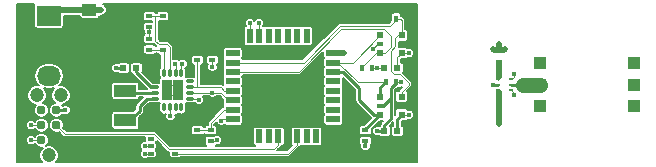
<source format=gbr>
G04 #@! TF.FileFunction,Copper,L1,Top,Signal*
%FSLAX46Y46*%
G04 Gerber Fmt 4.6, Leading zero omitted, Abs format (unit mm)*
G04 Created by KiCad (PCBNEW (2016-02-16 BZR 6568, Git 6c5f954)-product) date Sun 21 Feb 2016 12:11:03 PM EST*
%MOMM*%
G01*
G04 APERTURE LIST*
%ADD10C,0.100000*%
%ADD11R,0.450000X0.260000*%
%ADD12R,0.500000X0.600000*%
%ADD13R,1.100000X1.100000*%
%ADD14R,1.250000X1.000000*%
%ADD15R,0.600000X0.500000*%
%ADD16C,0.787000*%
%ADD17C,1.200000*%
%ADD18R,0.600000X0.400000*%
%ADD19R,0.400000X0.600000*%
%ADD20O,0.300000X0.750000*%
%ADD21O,0.750000X0.300000*%
%ADD22R,0.900000X0.900000*%
%ADD23R,0.508000X0.304800*%
%ADD24R,0.600000X0.600000*%
%ADD25R,0.600000X1.200000*%
%ADD26R,1.200000X0.600000*%
%ADD27R,1.900000X1.100000*%
%ADD28R,2.032000X1.727200*%
%ADD29O,2.032000X1.727200*%
%ADD30C,0.406400*%
%ADD31C,0.254000*%
%ADD32C,1.270000*%
%ADD33C,0.508000*%
%ADD34C,0.101600*%
%ADD35C,0.152400*%
G04 APERTURE END LIST*
D10*
D11*
X137626000Y-80292000D03*
X137626000Y-80772000D03*
X137626000Y-81252000D03*
X138726000Y-81252000D03*
X138726000Y-80772000D03*
X138726000Y-80292000D03*
D12*
X137668000Y-77809000D03*
X137668000Y-78909000D03*
D13*
X141173200Y-80772000D03*
X141173200Y-78972000D03*
X141173200Y-82572000D03*
X149073200Y-82572000D03*
X149073200Y-80772000D03*
X149073200Y-78972000D03*
D14*
X102997000Y-76438000D03*
X102997000Y-74438000D03*
D15*
X106976000Y-79375000D03*
X105876000Y-79375000D03*
X127974000Y-84709000D03*
X129074000Y-84709000D03*
X127974000Y-79375000D03*
X129074000Y-79375000D03*
D16*
X100203000Y-85471000D03*
X98933000Y-85471000D03*
X100203000Y-84201000D03*
X98933000Y-84201000D03*
X100203000Y-82931000D03*
X98933000Y-82931000D03*
D17*
X99568000Y-86741000D03*
X98552000Y-81661000D03*
X100584000Y-81661000D03*
D18*
X108077000Y-75888000D03*
X108077000Y-74988000D03*
X108077000Y-76893000D03*
X108077000Y-77793000D03*
X113411000Y-77782000D03*
X113411000Y-78682000D03*
X109220000Y-74988000D03*
X109220000Y-75888000D03*
X112141000Y-77782000D03*
X112141000Y-78682000D03*
X109220000Y-77793000D03*
X109220000Y-76893000D03*
X126365000Y-84640000D03*
X126365000Y-85540000D03*
D19*
X128074000Y-80518000D03*
X128974000Y-80518000D03*
X128974000Y-75184000D03*
X128074000Y-75184000D03*
X126042000Y-79375000D03*
X126942000Y-79375000D03*
D20*
X109290000Y-82697000D03*
X109790000Y-82697000D03*
X110290000Y-82697000D03*
X110790000Y-82697000D03*
D21*
X111515000Y-81972000D03*
X111515000Y-81472000D03*
X111515000Y-80972000D03*
X111515000Y-80472000D03*
D20*
X110790000Y-79747000D03*
X110290000Y-79747000D03*
X109790000Y-79747000D03*
X109290000Y-79747000D03*
D21*
X108565000Y-80472000D03*
X108565000Y-80972000D03*
X108565000Y-81472000D03*
X108565000Y-81972000D03*
D22*
X110490000Y-80772000D03*
X109590000Y-80772000D03*
X110490000Y-81672000D03*
X109590000Y-81672000D03*
D23*
X108204000Y-85344000D03*
X108204000Y-86614000D03*
X110236000Y-85344000D03*
X108204000Y-85979000D03*
X110236000Y-86614000D03*
D24*
X127624000Y-81800000D03*
D18*
X127624000Y-82550000D03*
D24*
X127624000Y-83300000D03*
X129424000Y-83300000D03*
D18*
X129424000Y-82550000D03*
D24*
X129424000Y-81800000D03*
D25*
X116580000Y-85149000D03*
X117380000Y-85149000D03*
X118180000Y-85149000D03*
X118980000Y-85149000D03*
X119780000Y-85149000D03*
X120580000Y-85149000D03*
X121380000Y-85149000D03*
X122180000Y-85149000D03*
D26*
X123630000Y-83699000D03*
X123630000Y-82899000D03*
X123630000Y-82099000D03*
X123630000Y-81299000D03*
X123630000Y-80499000D03*
X123630000Y-79699000D03*
X123630000Y-78899000D03*
X123630000Y-78099000D03*
D25*
X122180000Y-76649000D03*
X121380000Y-76649000D03*
X120580000Y-76649000D03*
X119780000Y-76649000D03*
X118980000Y-76649000D03*
X118180000Y-76649000D03*
X117380000Y-76649000D03*
X116580000Y-76649000D03*
D26*
X115130000Y-78099000D03*
X115130000Y-78899000D03*
X115130000Y-79699000D03*
X115130000Y-80499000D03*
X115130000Y-81299000D03*
X115130000Y-82099000D03*
X115130000Y-82899000D03*
X115130000Y-83699000D03*
D24*
X127624000Y-76593000D03*
D18*
X127624000Y-77343000D03*
D24*
X127624000Y-78093000D03*
X129424000Y-78093000D03*
D18*
X129424000Y-77343000D03*
D24*
X129424000Y-76593000D03*
D27*
X106045000Y-81300000D03*
X106045000Y-83800000D03*
D18*
X112141000Y-85540000D03*
X112141000Y-84640000D03*
X113284000Y-85540000D03*
X113284000Y-84640000D03*
D28*
X99568000Y-74930000D03*
D29*
X99568000Y-77470000D03*
X99568000Y-80010000D03*
D30*
X138176000Y-77724000D03*
X137160000Y-80772000D03*
X137160000Y-77724000D03*
X137668000Y-77343000D03*
X105283000Y-79375000D03*
X100965000Y-82931000D03*
X127381000Y-84709000D03*
X126365000Y-85979000D03*
X127381000Y-79375000D03*
X129413000Y-80518000D03*
X126987504Y-77732404D03*
X124587000Y-78105000D03*
X104013000Y-74422000D03*
X110871000Y-78994000D03*
X110236000Y-78994000D03*
X112268000Y-82042000D03*
X109855000Y-83439000D03*
X109590000Y-80772000D03*
X109590000Y-81672000D03*
X110490000Y-81672000D03*
X110490000Y-80772000D03*
X114173000Y-83820000D03*
X113792000Y-85471000D03*
X107696000Y-86614000D03*
X138938000Y-81661000D03*
X130048000Y-83312000D03*
X98044000Y-85471000D03*
X117348000Y-75565000D03*
X98044000Y-84201000D03*
X116586000Y-75565000D03*
X108077000Y-76327000D03*
X107696000Y-85979000D03*
X113411000Y-79248000D03*
X113411000Y-81472000D03*
X138938000Y-79883000D03*
X130048000Y-78105000D03*
D31*
X138726000Y-80772000D02*
X139700000Y-80772000D01*
D32*
X141173200Y-80772000D02*
X139700000Y-80772000D01*
D33*
X102997000Y-74438000D02*
X100060000Y-74438000D01*
X100060000Y-74438000D02*
X99568000Y-74930000D01*
D31*
X137626000Y-80772000D02*
X137160000Y-80772000D01*
D33*
X137668000Y-77809000D02*
X137245000Y-77809000D01*
X137668000Y-77809000D02*
X137668000Y-77343000D01*
X137668000Y-77809000D02*
X138091000Y-77809000D01*
X138091000Y-77809000D02*
X138176000Y-77724000D01*
X137245000Y-77809000D02*
X137160000Y-77724000D01*
D31*
X105876000Y-79375000D02*
X105283000Y-79375000D01*
X100203000Y-82931000D02*
X100965000Y-82931000D01*
X127974000Y-84709000D02*
X127381000Y-84709000D01*
X126365000Y-85540000D02*
X126365000Y-85979000D01*
X127974000Y-84709000D02*
X127974000Y-84205000D01*
X127974000Y-84205000D02*
X128520000Y-83659000D01*
X128520000Y-83659000D02*
X128520000Y-81915482D01*
X127624000Y-82550000D02*
X127885482Y-82550000D01*
X127885482Y-82550000D02*
X128520000Y-81915482D01*
X128520000Y-81915482D02*
X128520000Y-81072000D01*
X128974000Y-80618000D02*
X128974000Y-80518000D01*
X128520000Y-81072000D02*
X128974000Y-80618000D01*
D34*
X127381000Y-79375000D02*
X126942000Y-79375000D01*
X127974000Y-79375000D02*
X127381000Y-79375000D01*
X128974000Y-80518000D02*
X129413000Y-80518000D01*
X127624000Y-77343000D02*
X127376908Y-77343000D01*
X127376908Y-77343000D02*
X126987504Y-77732404D01*
D33*
X123630000Y-78099000D02*
X124581000Y-78099000D01*
X124581000Y-78099000D02*
X124587000Y-78105000D01*
X102997000Y-74438000D02*
X103997000Y-74438000D01*
X103997000Y-74438000D02*
X104013000Y-74422000D01*
D34*
X110790000Y-79747000D02*
X110790000Y-79075000D01*
X110790000Y-79075000D02*
X110871000Y-78994000D01*
X110290000Y-79747000D02*
X110290000Y-79048000D01*
X110290000Y-79048000D02*
X110236000Y-78994000D01*
X111515000Y-81972000D02*
X112198000Y-81972000D01*
X112198000Y-81972000D02*
X112268000Y-82042000D01*
X109790000Y-82697000D02*
X109790000Y-83374000D01*
X109790000Y-83374000D02*
X109855000Y-83439000D01*
X109590000Y-81672000D02*
X109590000Y-80772000D01*
X110490000Y-81672000D02*
X109590000Y-81672000D01*
X110490000Y-80772000D02*
X110490000Y-81672000D01*
X109590000Y-80772000D02*
X110490000Y-80772000D01*
X115130000Y-83699000D02*
X114294000Y-83699000D01*
X114294000Y-83699000D02*
X114173000Y-83820000D01*
X113284000Y-85540000D02*
X113723000Y-85540000D01*
X113723000Y-85540000D02*
X113792000Y-85471000D01*
X108204000Y-86614000D02*
X107696000Y-86614000D01*
D33*
X102997000Y-76438000D02*
X100600000Y-76438000D01*
X100600000Y-76438000D02*
X99568000Y-77470000D01*
D31*
X137626000Y-80179000D02*
X137668000Y-80137000D01*
X137626000Y-80292000D02*
X137626000Y-80179000D01*
D33*
X137668000Y-78909000D02*
X137668000Y-80137000D01*
D31*
X137617200Y-80283200D02*
X137626000Y-80292000D01*
X108565000Y-80972000D02*
X108235000Y-80972000D01*
X108235000Y-80972000D02*
X106976000Y-79713000D01*
X106976000Y-79713000D02*
X106976000Y-79375000D01*
D34*
X138938000Y-81464000D02*
X138726000Y-81252000D01*
X138938000Y-81661000D02*
X138938000Y-81464000D01*
X129424000Y-83300000D02*
X130036000Y-83300000D01*
X130036000Y-83300000D02*
X130048000Y-83312000D01*
D31*
X129074000Y-84709000D02*
X129074000Y-83650000D01*
X129074000Y-83650000D02*
X129424000Y-83300000D01*
D34*
X98933000Y-85471000D02*
X98044000Y-85471000D01*
X117348000Y-75565000D02*
X117348000Y-76617000D01*
X117348000Y-76617000D02*
X117380000Y-76649000D01*
X100203000Y-84201000D02*
X100965000Y-84963000D01*
X100965000Y-84963000D02*
X108458000Y-84963000D01*
X108458000Y-84963000D02*
X109728000Y-86233000D01*
X109728000Y-86233000D02*
X118618000Y-86233000D01*
X118618000Y-86233000D02*
X118980000Y-85871000D01*
X118980000Y-85871000D02*
X118980000Y-85149000D01*
X98933000Y-84201000D02*
X98044000Y-84201000D01*
X116580000Y-76649000D02*
X116580000Y-75571000D01*
X116580000Y-75571000D02*
X116586000Y-75565000D01*
X108077000Y-76893000D02*
X108077000Y-76327000D01*
X108077000Y-76327000D02*
X108077000Y-75888000D01*
X108204000Y-85979000D02*
X107696000Y-85979000D01*
X108077000Y-74988000D02*
X108585000Y-74988000D01*
X108585000Y-74988000D02*
X109220000Y-74988000D01*
X109544322Y-77343000D02*
X108895678Y-77343000D01*
X108895678Y-77343000D02*
X108585000Y-77032322D01*
X108585000Y-77032322D02*
X108585000Y-74988000D01*
X109790000Y-79747000D02*
X109790000Y-77588678D01*
X109790000Y-77588678D02*
X109544322Y-77343000D01*
X109320000Y-74988000D02*
X109220000Y-74988000D01*
X109290000Y-79747000D02*
X109290000Y-77863000D01*
X109290000Y-77863000D02*
X109220000Y-77793000D01*
X108077000Y-77793000D02*
X109220000Y-77793000D01*
X113411000Y-78682000D02*
X113411000Y-79248000D01*
X113030000Y-81472000D02*
X114128678Y-81472000D01*
X111515000Y-81472000D02*
X113030000Y-81472000D01*
X113030000Y-81472000D02*
X113411000Y-81472000D01*
X114128678Y-81472000D02*
X114755678Y-82099000D01*
X114755678Y-82099000D02*
X115130000Y-82099000D01*
X112141000Y-80972000D02*
X111991600Y-80972000D01*
X112141000Y-80972000D02*
X112141000Y-78682000D01*
X114101400Y-80972000D02*
X112141000Y-80972000D01*
X115130000Y-81299000D02*
X114428400Y-81299000D01*
X114428400Y-81299000D02*
X114101400Y-80972000D01*
X111991600Y-80972000D02*
X111515000Y-80972000D01*
D31*
X125857000Y-82087000D02*
X125857000Y-81072000D01*
X125857000Y-81072000D02*
X124484000Y-79699000D01*
X124484000Y-79699000D02*
X123630000Y-79699000D01*
X127624000Y-83300000D02*
X127070000Y-83300000D01*
X127070000Y-83300000D02*
X125857000Y-82087000D01*
X126365000Y-84640000D02*
X126365000Y-84559000D01*
X126365000Y-84559000D02*
X127624000Y-83300000D01*
D34*
X123630000Y-78899000D02*
X125318000Y-78899000D01*
X125318000Y-78899000D02*
X127624000Y-76593000D01*
X128074000Y-80518000D02*
X125698144Y-80518000D01*
X125698144Y-80518000D02*
X124079144Y-78899000D01*
X124079144Y-78899000D02*
X123630000Y-78899000D01*
D31*
X127624000Y-81800000D02*
X127624000Y-80968000D01*
X127624000Y-80968000D02*
X128074000Y-80518000D01*
D34*
X129424000Y-81800000D02*
X129424000Y-81398400D01*
X129424000Y-81398400D02*
X130048000Y-80774400D01*
X128524000Y-79649322D02*
X128524000Y-77881982D01*
X130048000Y-80774400D02*
X130048000Y-80626710D01*
X128757678Y-79883000D02*
X128524000Y-79649322D01*
X128905000Y-76835000D02*
X129147000Y-76593000D01*
X130048000Y-80626710D02*
X129304290Y-79883000D01*
X129304290Y-79883000D02*
X128757678Y-79883000D01*
X128524000Y-77881982D02*
X128905000Y-77500982D01*
X128905000Y-77500982D02*
X128905000Y-76835000D01*
X129147000Y-76593000D02*
X129424000Y-76593000D01*
X121126000Y-78899000D02*
X124206000Y-75819000D01*
X128974000Y-75184000D02*
X128974000Y-75284000D01*
X128974000Y-75284000D02*
X128439000Y-75819000D01*
X128439000Y-75819000D02*
X124206000Y-75819000D01*
X115130000Y-78899000D02*
X121126000Y-78899000D01*
X129424000Y-76593000D02*
X129424000Y-75332400D01*
X129424000Y-75332400D02*
X129275600Y-75184000D01*
X129275600Y-75184000D02*
X128974000Y-75184000D01*
X127624000Y-78093000D02*
X128025600Y-78093000D01*
X128025600Y-78093000D02*
X128524000Y-77594600D01*
X128524000Y-77594600D02*
X128524000Y-76618678D01*
X128524000Y-76618678D02*
X127978322Y-76073000D01*
X127978322Y-76073000D02*
X124333000Y-76073000D01*
X124333000Y-76073000D02*
X120707000Y-79699000D01*
X120707000Y-79699000D02*
X115130000Y-79699000D01*
X126042000Y-79375000D02*
X126042000Y-79273400D01*
X126042000Y-79273400D02*
X127222400Y-78093000D01*
X127222400Y-78093000D02*
X127624000Y-78093000D01*
D31*
X108565000Y-81472000D02*
X106217000Y-81472000D01*
X106217000Y-81472000D02*
X106045000Y-81300000D01*
X108565000Y-81972000D02*
X107873000Y-81972000D01*
X107873000Y-81972000D02*
X107249000Y-82596000D01*
X107249000Y-82596000D02*
X107249000Y-82996000D01*
X107249000Y-82996000D02*
X106445000Y-83800000D01*
X106445000Y-83800000D02*
X106045000Y-83800000D01*
D33*
X137668000Y-81678000D02*
X137668000Y-84074000D01*
X137668000Y-81678000D02*
X137668000Y-81407000D01*
D31*
X137626000Y-81252000D02*
X137626000Y-81365000D01*
X137626000Y-81365000D02*
X137668000Y-81407000D01*
D34*
X110236000Y-86614000D02*
X119816600Y-86614000D01*
X119816600Y-86614000D02*
X120580000Y-85850600D01*
X120580000Y-85850600D02*
X120580000Y-85149000D01*
X138938000Y-79883000D02*
X138938000Y-80080000D01*
X138938000Y-80080000D02*
X138726000Y-80292000D01*
X129424000Y-78093000D02*
X130036000Y-78093000D01*
X130036000Y-78093000D02*
X130048000Y-78105000D01*
X129074000Y-79375000D02*
X129074000Y-78443000D01*
X129074000Y-78443000D02*
X129424000Y-78093000D01*
X115130000Y-82899000D02*
X114428400Y-82899000D01*
X114428400Y-82899000D02*
X113284000Y-84043400D01*
X113284000Y-84043400D02*
X113284000Y-84338400D01*
X113284000Y-84338400D02*
X113284000Y-84640000D01*
X112141000Y-84640000D02*
X113284000Y-84640000D01*
D35*
G36*
X98336664Y-73977205D02*
X98318922Y-74066400D01*
X98318922Y-75793600D01*
X98336664Y-75882795D01*
X98387189Y-75958411D01*
X98462805Y-76008936D01*
X98552000Y-76026678D01*
X100584000Y-76026678D01*
X100673195Y-76008936D01*
X100748811Y-75958411D01*
X100799336Y-75882795D01*
X100817078Y-75793600D01*
X100817078Y-74920600D01*
X102138922Y-74920600D01*
X102138922Y-74938000D01*
X102156664Y-75027195D01*
X102207189Y-75102811D01*
X102282805Y-75153336D01*
X102372000Y-75171078D01*
X103622000Y-75171078D01*
X103711195Y-75153336D01*
X103786811Y-75102811D01*
X103837336Y-75027195D01*
X103855078Y-74938000D01*
X103855078Y-74920600D01*
X103997000Y-74920600D01*
X104181683Y-74883864D01*
X104338250Y-74779250D01*
X104354249Y-74763250D01*
X104458864Y-74606683D01*
X104495600Y-74422000D01*
X104458864Y-74237317D01*
X104354249Y-74080751D01*
X104197683Y-73976136D01*
X104134661Y-73963600D01*
X130733800Y-73963600D01*
X130733800Y-87326400D01*
X100154418Y-87326400D01*
X100270043Y-87210977D01*
X100396456Y-86906542D01*
X100396743Y-86576904D01*
X100270862Y-86272249D01*
X100037977Y-86038957D01*
X99733542Y-85912544D01*
X99403904Y-85912257D01*
X99348656Y-85935085D01*
X99460083Y-85823852D01*
X99554992Y-85595286D01*
X99555208Y-85347799D01*
X99460699Y-85119069D01*
X99285852Y-84943917D01*
X99057286Y-84849008D01*
X98809799Y-84848792D01*
X98581069Y-84943301D01*
X98405917Y-85118148D01*
X98375417Y-85191600D01*
X98375211Y-85191600D01*
X98288914Y-85105152D01*
X98130267Y-85039276D01*
X97958487Y-85039126D01*
X97799725Y-85104725D01*
X97678152Y-85226086D01*
X97612276Y-85384733D01*
X97612126Y-85556513D01*
X97677725Y-85715275D01*
X97799086Y-85836848D01*
X97957733Y-85902724D01*
X98129513Y-85902874D01*
X98288275Y-85837275D01*
X98375302Y-85750400D01*
X98375332Y-85750400D01*
X98405301Y-85822931D01*
X98580148Y-85998083D01*
X98808714Y-86092992D01*
X99044093Y-86093197D01*
X98865957Y-86271023D01*
X98739544Y-86575458D01*
X98739257Y-86905096D01*
X98865138Y-87209751D01*
X98981583Y-87326400D01*
X96823600Y-87326400D01*
X96823600Y-84286513D01*
X97612126Y-84286513D01*
X97677725Y-84445275D01*
X97799086Y-84566848D01*
X97957733Y-84632724D01*
X98129513Y-84632874D01*
X98288275Y-84567275D01*
X98375302Y-84480400D01*
X98375332Y-84480400D01*
X98405301Y-84552931D01*
X98580148Y-84728083D01*
X98808714Y-84822992D01*
X99056201Y-84823208D01*
X99284931Y-84728699D01*
X99460083Y-84553852D01*
X99554992Y-84325286D01*
X99554992Y-84324201D01*
X99580792Y-84324201D01*
X99675301Y-84552931D01*
X99850148Y-84728083D01*
X100078714Y-84822992D01*
X100326201Y-84823208D01*
X100399705Y-84792837D01*
X100767432Y-85160563D01*
X100767434Y-85160566D01*
X100858078Y-85221132D01*
X100875818Y-85224661D01*
X100965000Y-85242401D01*
X100965005Y-85242400D01*
X107716922Y-85242400D01*
X107716922Y-85496400D01*
X107727032Y-85547228D01*
X107610487Y-85547126D01*
X107451725Y-85612725D01*
X107330152Y-85734086D01*
X107264276Y-85892733D01*
X107264126Y-86064513D01*
X107329725Y-86223275D01*
X107402844Y-86296521D01*
X107330152Y-86369086D01*
X107264276Y-86527733D01*
X107264126Y-86699513D01*
X107329725Y-86858275D01*
X107451086Y-86979848D01*
X107609733Y-87045724D01*
X107781513Y-87045874D01*
X107912063Y-86991932D01*
X107950000Y-86999478D01*
X108458000Y-86999478D01*
X108547195Y-86981736D01*
X108622811Y-86931211D01*
X108673336Y-86855595D01*
X108691078Y-86766400D01*
X108691078Y-86461600D01*
X108673336Y-86372405D01*
X108622811Y-86296789D01*
X108622378Y-86296500D01*
X108622811Y-86296211D01*
X108673336Y-86220595D01*
X108691078Y-86131400D01*
X108691078Y-85826600D01*
X108673336Y-85737405D01*
X108622811Y-85661789D01*
X108622378Y-85661500D01*
X108622811Y-85661211D01*
X108673336Y-85585595D01*
X108675348Y-85575480D01*
X109530432Y-86430563D01*
X109530434Y-86430566D01*
X109621078Y-86491132D01*
X109728000Y-86512400D01*
X109748922Y-86512400D01*
X109748922Y-86766400D01*
X109766664Y-86855595D01*
X109817189Y-86931211D01*
X109892805Y-86981736D01*
X109982000Y-86999478D01*
X110490000Y-86999478D01*
X110579195Y-86981736D01*
X110654811Y-86931211D01*
X110680076Y-86893400D01*
X119816595Y-86893400D01*
X119816600Y-86893401D01*
X119923522Y-86872132D01*
X120014166Y-86811566D01*
X120777563Y-86048168D01*
X120777566Y-86048166D01*
X120821724Y-85982078D01*
X120880000Y-85982078D01*
X120969195Y-85964336D01*
X120980000Y-85957116D01*
X120990805Y-85964336D01*
X121080000Y-85982078D01*
X121680000Y-85982078D01*
X121769195Y-85964336D01*
X121780000Y-85957116D01*
X121790805Y-85964336D01*
X121880000Y-85982078D01*
X122480000Y-85982078D01*
X122569195Y-85964336D01*
X122644811Y-85913811D01*
X122695336Y-85838195D01*
X122713078Y-85749000D01*
X122713078Y-85340000D01*
X125831922Y-85340000D01*
X125831922Y-85740000D01*
X125849664Y-85829195D01*
X125900189Y-85904811D01*
X125933246Y-85926899D01*
X125933126Y-86064513D01*
X125998725Y-86223275D01*
X126120086Y-86344848D01*
X126278733Y-86410724D01*
X126450513Y-86410874D01*
X126609275Y-86345275D01*
X126730848Y-86223914D01*
X126796724Y-86065267D01*
X126796845Y-85926838D01*
X126829811Y-85904811D01*
X126880336Y-85829195D01*
X126898078Y-85740000D01*
X126898078Y-85340000D01*
X126880336Y-85250805D01*
X126829811Y-85175189D01*
X126754195Y-85124664D01*
X126665000Y-85106922D01*
X126065000Y-85106922D01*
X125975805Y-85124664D01*
X125900189Y-85175189D01*
X125849664Y-85250805D01*
X125831922Y-85340000D01*
X122713078Y-85340000D01*
X122713078Y-84549000D01*
X122695336Y-84459805D01*
X122644811Y-84384189D01*
X122569195Y-84333664D01*
X122480000Y-84315922D01*
X121880000Y-84315922D01*
X121790805Y-84333664D01*
X121780000Y-84340884D01*
X121769195Y-84333664D01*
X121680000Y-84315922D01*
X121080000Y-84315922D01*
X120990805Y-84333664D01*
X120980000Y-84340884D01*
X120969195Y-84333664D01*
X120880000Y-84315922D01*
X120280000Y-84315922D01*
X120190805Y-84333664D01*
X120115189Y-84384189D01*
X120064664Y-84459805D01*
X120046922Y-84549000D01*
X120046922Y-85749000D01*
X120064664Y-85838195D01*
X120115189Y-85913811D01*
X120119067Y-85916402D01*
X119700868Y-86334600D01*
X118911532Y-86334600D01*
X119177563Y-86068568D01*
X119177566Y-86068566D01*
X119235355Y-85982078D01*
X119280000Y-85982078D01*
X119369195Y-85964336D01*
X119444811Y-85913811D01*
X119495336Y-85838195D01*
X119513078Y-85749000D01*
X119513078Y-84549000D01*
X119495336Y-84459805D01*
X119444811Y-84384189D01*
X119369195Y-84333664D01*
X119280000Y-84315922D01*
X118680000Y-84315922D01*
X118590805Y-84333664D01*
X118580000Y-84340884D01*
X118569195Y-84333664D01*
X118480000Y-84315922D01*
X117880000Y-84315922D01*
X117790805Y-84333664D01*
X117780000Y-84340884D01*
X117769195Y-84333664D01*
X117680000Y-84315922D01*
X117080000Y-84315922D01*
X116990805Y-84333664D01*
X116915189Y-84384189D01*
X116864664Y-84459805D01*
X116846922Y-84549000D01*
X116846922Y-85749000D01*
X116864664Y-85838195D01*
X116915189Y-85913811D01*
X116974737Y-85953600D01*
X113675793Y-85953600D01*
X113748811Y-85904811D01*
X113750180Y-85902763D01*
X113877513Y-85902874D01*
X114036275Y-85837275D01*
X114157848Y-85715914D01*
X114223724Y-85557267D01*
X114223874Y-85385487D01*
X114158275Y-85226725D01*
X114036914Y-85105152D01*
X113878267Y-85039276D01*
X113706487Y-85039126D01*
X113682819Y-85048905D01*
X113748811Y-85004811D01*
X113799336Y-84929195D01*
X113817078Y-84840000D01*
X113817078Y-84440000D01*
X113799336Y-84350805D01*
X113748811Y-84275189D01*
X113673195Y-84224664D01*
X113584000Y-84206922D01*
X113563400Y-84206922D01*
X113563400Y-84159132D01*
X113763316Y-83959216D01*
X113806725Y-84064275D01*
X113928086Y-84185848D01*
X114086733Y-84251724D01*
X114258513Y-84251874D01*
X114405865Y-84190990D01*
X114440805Y-84214336D01*
X114530000Y-84232078D01*
X115730000Y-84232078D01*
X115819195Y-84214336D01*
X115894811Y-84163811D01*
X115945336Y-84088195D01*
X115963078Y-83999000D01*
X115963078Y-83399000D01*
X115945336Y-83309805D01*
X115938116Y-83299000D01*
X115945336Y-83288195D01*
X115963078Y-83199000D01*
X115963078Y-82599000D01*
X115945336Y-82509805D01*
X115938116Y-82499000D01*
X115945336Y-82488195D01*
X115963078Y-82399000D01*
X115963078Y-81799000D01*
X115945336Y-81709805D01*
X115938116Y-81699000D01*
X115945336Y-81688195D01*
X115963078Y-81599000D01*
X115963078Y-80999000D01*
X115945336Y-80909805D01*
X115938116Y-80899000D01*
X115945336Y-80888195D01*
X115963078Y-80799000D01*
X115963078Y-80199000D01*
X115945336Y-80109805D01*
X115938116Y-80099000D01*
X115945336Y-80088195D01*
X115963078Y-79999000D01*
X115963078Y-79978400D01*
X120706995Y-79978400D01*
X120707000Y-79978401D01*
X120813922Y-79957132D01*
X120904566Y-79896566D01*
X122796922Y-78004209D01*
X122796922Y-78399000D01*
X122814664Y-78488195D01*
X122821884Y-78499000D01*
X122814664Y-78509805D01*
X122796922Y-78599000D01*
X122796922Y-79199000D01*
X122814664Y-79288195D01*
X122821884Y-79299000D01*
X122814664Y-79309805D01*
X122796922Y-79399000D01*
X122796922Y-79999000D01*
X122814664Y-80088195D01*
X122821884Y-80099000D01*
X122814664Y-80109805D01*
X122796922Y-80199000D01*
X122796922Y-80799000D01*
X122814664Y-80888195D01*
X122821884Y-80899000D01*
X122814664Y-80909805D01*
X122796922Y-80999000D01*
X122796922Y-81599000D01*
X122814664Y-81688195D01*
X122821884Y-81699000D01*
X122814664Y-81709805D01*
X122796922Y-81799000D01*
X122796922Y-82399000D01*
X122814664Y-82488195D01*
X122821884Y-82499000D01*
X122814664Y-82509805D01*
X122796922Y-82599000D01*
X122796922Y-83199000D01*
X122814664Y-83288195D01*
X122821884Y-83299000D01*
X122814664Y-83309805D01*
X122796922Y-83399000D01*
X122796922Y-83999000D01*
X122814664Y-84088195D01*
X122865189Y-84163811D01*
X122940805Y-84214336D01*
X123030000Y-84232078D01*
X124230000Y-84232078D01*
X124319195Y-84214336D01*
X124394811Y-84163811D01*
X124445336Y-84088195D01*
X124463078Y-83999000D01*
X124463078Y-83399000D01*
X124445336Y-83309805D01*
X124438116Y-83299000D01*
X124445336Y-83288195D01*
X124463078Y-83199000D01*
X124463078Y-82599000D01*
X124445336Y-82509805D01*
X124438116Y-82499000D01*
X124445336Y-82488195D01*
X124463078Y-82399000D01*
X124463078Y-81799000D01*
X124445336Y-81709805D01*
X124438116Y-81699000D01*
X124445336Y-81688195D01*
X124463078Y-81599000D01*
X124463078Y-80999000D01*
X124445336Y-80909805D01*
X124438116Y-80899000D01*
X124445336Y-80888195D01*
X124463078Y-80799000D01*
X124463078Y-80199000D01*
X124458602Y-80176496D01*
X125501400Y-81219294D01*
X125501400Y-82087000D01*
X125528468Y-82223083D01*
X125605553Y-82338447D01*
X126818553Y-83551447D01*
X126849189Y-83571917D01*
X126214184Y-84206922D01*
X126065000Y-84206922D01*
X125975805Y-84224664D01*
X125900189Y-84275189D01*
X125849664Y-84350805D01*
X125831922Y-84440000D01*
X125831922Y-84840000D01*
X125849664Y-84929195D01*
X125900189Y-85004811D01*
X125975805Y-85055336D01*
X126065000Y-85073078D01*
X126665000Y-85073078D01*
X126754195Y-85055336D01*
X126829811Y-85004811D01*
X126880336Y-84929195D01*
X126898078Y-84840000D01*
X126898078Y-84528816D01*
X127593816Y-83833078D01*
X127843028Y-83833078D01*
X127722553Y-83953553D01*
X127645468Y-84068917D01*
X127622125Y-84186275D01*
X127618400Y-84205000D01*
X127618400Y-84236982D01*
X127584805Y-84243664D01*
X127509189Y-84294189D01*
X127508930Y-84294576D01*
X127467267Y-84277276D01*
X127295487Y-84277126D01*
X127136725Y-84342725D01*
X127015152Y-84464086D01*
X126949276Y-84622733D01*
X126949126Y-84794513D01*
X127014725Y-84953275D01*
X127136086Y-85074848D01*
X127294733Y-85140724D01*
X127466513Y-85140874D01*
X127508890Y-85123364D01*
X127509189Y-85123811D01*
X127584805Y-85174336D01*
X127674000Y-85192078D01*
X128274000Y-85192078D01*
X128363195Y-85174336D01*
X128438811Y-85123811D01*
X128489336Y-85048195D01*
X128507078Y-84959000D01*
X128507078Y-84459000D01*
X128489336Y-84369805D01*
X128438811Y-84294189D01*
X128408175Y-84273719D01*
X128718400Y-83963494D01*
X128718400Y-84236982D01*
X128684805Y-84243664D01*
X128609189Y-84294189D01*
X128558664Y-84369805D01*
X128540922Y-84459000D01*
X128540922Y-84959000D01*
X128558664Y-85048195D01*
X128609189Y-85123811D01*
X128684805Y-85174336D01*
X128774000Y-85192078D01*
X129374000Y-85192078D01*
X129463195Y-85174336D01*
X129538811Y-85123811D01*
X129589336Y-85048195D01*
X129607078Y-84959000D01*
X129607078Y-84459000D01*
X129589336Y-84369805D01*
X129538811Y-84294189D01*
X129463195Y-84243664D01*
X129429600Y-84236982D01*
X129429600Y-83833078D01*
X129724000Y-83833078D01*
X129813195Y-83815336D01*
X129888811Y-83764811D01*
X129915679Y-83724601D01*
X129961733Y-83743724D01*
X130133513Y-83743874D01*
X130292275Y-83678275D01*
X130413848Y-83556914D01*
X130479724Y-83398267D01*
X130479874Y-83226487D01*
X130414275Y-83067725D01*
X130292914Y-82946152D01*
X130134267Y-82880276D01*
X129962487Y-82880126D01*
X129928281Y-82894260D01*
X129888811Y-82835189D01*
X129813195Y-82784664D01*
X129724000Y-82766922D01*
X129124000Y-82766922D01*
X129034805Y-82784664D01*
X128959189Y-82835189D01*
X128908664Y-82910805D01*
X128890922Y-83000000D01*
X128890922Y-83330184D01*
X128875600Y-83345506D01*
X128875600Y-81219294D01*
X129043816Y-81051078D01*
X129174000Y-81051078D01*
X129263195Y-81033336D01*
X129338811Y-80982811D01*
X129360899Y-80949754D01*
X129477413Y-80949856D01*
X129226434Y-81200834D01*
X129182276Y-81266922D01*
X129124000Y-81266922D01*
X129034805Y-81284664D01*
X128959189Y-81335189D01*
X128908664Y-81410805D01*
X128890922Y-81500000D01*
X128890922Y-82100000D01*
X128908664Y-82189195D01*
X128959189Y-82264811D01*
X129034805Y-82315336D01*
X129124000Y-82333078D01*
X129724000Y-82333078D01*
X129813195Y-82315336D01*
X129888811Y-82264811D01*
X129939336Y-82189195D01*
X129957078Y-82100000D01*
X129957078Y-81500000D01*
X129939336Y-81410805D01*
X129888811Y-81335189D01*
X129884933Y-81332598D01*
X130245563Y-80971968D01*
X130245566Y-80971966D01*
X130306132Y-80881322D01*
X130327400Y-80774400D01*
X130327400Y-80626715D01*
X130327401Y-80626710D01*
X130306132Y-80519789D01*
X130306132Y-80519788D01*
X130245566Y-80429144D01*
X130245563Y-80429142D01*
X129565816Y-79749395D01*
X129589336Y-79714195D01*
X129607078Y-79625000D01*
X129607078Y-79125000D01*
X129589336Y-79035805D01*
X129538811Y-78960189D01*
X129463195Y-78909664D01*
X129374000Y-78891922D01*
X129353400Y-78891922D01*
X129353400Y-78626078D01*
X129724000Y-78626078D01*
X129813195Y-78608336D01*
X129888811Y-78557811D01*
X129915679Y-78517601D01*
X129961733Y-78536724D01*
X130133513Y-78536874D01*
X130292275Y-78471275D01*
X130413848Y-78349914D01*
X130479724Y-78191267D01*
X130479874Y-78019487D01*
X130414275Y-77860725D01*
X130292914Y-77739152D01*
X130134267Y-77673276D01*
X129962487Y-77673126D01*
X129928281Y-77687260D01*
X129888811Y-77628189D01*
X129813195Y-77577664D01*
X129724000Y-77559922D01*
X129172676Y-77559922D01*
X129184400Y-77500982D01*
X129184400Y-77126078D01*
X129724000Y-77126078D01*
X129813195Y-77108336D01*
X129888811Y-77057811D01*
X129939336Y-76982195D01*
X129957078Y-76893000D01*
X129957078Y-76293000D01*
X129939336Y-76203805D01*
X129888811Y-76128189D01*
X129813195Y-76077664D01*
X129724000Y-76059922D01*
X129703400Y-76059922D01*
X129703400Y-75332400D01*
X129682132Y-75225478D01*
X129621566Y-75134834D01*
X129621563Y-75134832D01*
X129473166Y-74986434D01*
X129407078Y-74942276D01*
X129407078Y-74884000D01*
X129389336Y-74794805D01*
X129338811Y-74719189D01*
X129263195Y-74668664D01*
X129174000Y-74650922D01*
X128774000Y-74650922D01*
X128684805Y-74668664D01*
X128609189Y-74719189D01*
X128558664Y-74794805D01*
X128540922Y-74884000D01*
X128540922Y-75321947D01*
X128323268Y-75539600D01*
X124206005Y-75539600D01*
X124206000Y-75539599D01*
X124116818Y-75557339D01*
X124099078Y-75560868D01*
X124008434Y-75621434D01*
X124008432Y-75621437D01*
X121010268Y-78619600D01*
X115963078Y-78619600D01*
X115963078Y-78599000D01*
X115945336Y-78509805D01*
X115938116Y-78499000D01*
X115945336Y-78488195D01*
X115963078Y-78399000D01*
X115963078Y-77799000D01*
X115945336Y-77709805D01*
X115894811Y-77634189D01*
X115819195Y-77583664D01*
X115730000Y-77565922D01*
X114530000Y-77565922D01*
X114440805Y-77583664D01*
X114365189Y-77634189D01*
X114314664Y-77709805D01*
X114296922Y-77799000D01*
X114296922Y-78399000D01*
X114314664Y-78488195D01*
X114321884Y-78499000D01*
X114314664Y-78509805D01*
X114296922Y-78599000D01*
X114296922Y-79199000D01*
X114314664Y-79288195D01*
X114321884Y-79299000D01*
X114314664Y-79309805D01*
X114296922Y-79399000D01*
X114296922Y-79999000D01*
X114314664Y-80088195D01*
X114321884Y-80099000D01*
X114314664Y-80109805D01*
X114296922Y-80199000D01*
X114296922Y-80773068D01*
X114208322Y-80713868D01*
X114101400Y-80692599D01*
X114101395Y-80692600D01*
X112420400Y-80692600D01*
X112420400Y-79115078D01*
X112441000Y-79115078D01*
X112530195Y-79097336D01*
X112605811Y-79046811D01*
X112656336Y-78971195D01*
X112674078Y-78882000D01*
X112674078Y-78482000D01*
X112877922Y-78482000D01*
X112877922Y-78882000D01*
X112895664Y-78971195D01*
X112946189Y-79046811D01*
X113009445Y-79089077D01*
X112979276Y-79161733D01*
X112979126Y-79333513D01*
X113044725Y-79492275D01*
X113166086Y-79613848D01*
X113324733Y-79679724D01*
X113496513Y-79679874D01*
X113655275Y-79614275D01*
X113776848Y-79492914D01*
X113842724Y-79334267D01*
X113842874Y-79162487D01*
X113812545Y-79089084D01*
X113875811Y-79046811D01*
X113926336Y-78971195D01*
X113944078Y-78882000D01*
X113944078Y-78482000D01*
X113926336Y-78392805D01*
X113875811Y-78317189D01*
X113800195Y-78266664D01*
X113711000Y-78248922D01*
X113111000Y-78248922D01*
X113021805Y-78266664D01*
X112946189Y-78317189D01*
X112895664Y-78392805D01*
X112877922Y-78482000D01*
X112674078Y-78482000D01*
X112656336Y-78392805D01*
X112605811Y-78317189D01*
X112530195Y-78266664D01*
X112441000Y-78248922D01*
X111841000Y-78248922D01*
X111751805Y-78266664D01*
X111676189Y-78317189D01*
X111625664Y-78392805D01*
X111607922Y-78482000D01*
X111607922Y-78882000D01*
X111625664Y-78971195D01*
X111676189Y-79046811D01*
X111751805Y-79097336D01*
X111841000Y-79115078D01*
X111861600Y-79115078D01*
X111861600Y-80115235D01*
X111751825Y-80093400D01*
X111278175Y-80093400D01*
X111141392Y-80120608D01*
X111168600Y-79983825D01*
X111168600Y-79510175D01*
X111139781Y-79365291D01*
X111127965Y-79347607D01*
X111236848Y-79238914D01*
X111302724Y-79080267D01*
X111302874Y-78908487D01*
X111237275Y-78749725D01*
X111115914Y-78628152D01*
X110957267Y-78562276D01*
X110785487Y-78562126D01*
X110626725Y-78627725D01*
X110553479Y-78700844D01*
X110480914Y-78628152D01*
X110322267Y-78562276D01*
X110150487Y-78562126D01*
X110069400Y-78595630D01*
X110069400Y-77588678D01*
X110048132Y-77481756D01*
X109987566Y-77391112D01*
X109741888Y-77145434D01*
X109651244Y-77084868D01*
X109544322Y-77063599D01*
X109544317Y-77063600D01*
X109011410Y-77063600D01*
X108864400Y-76916590D01*
X108864400Y-76049000D01*
X116046922Y-76049000D01*
X116046922Y-77249000D01*
X116064664Y-77338195D01*
X116115189Y-77413811D01*
X116190805Y-77464336D01*
X116280000Y-77482078D01*
X116880000Y-77482078D01*
X116969195Y-77464336D01*
X116980000Y-77457116D01*
X116990805Y-77464336D01*
X117080000Y-77482078D01*
X117680000Y-77482078D01*
X117769195Y-77464336D01*
X117780000Y-77457116D01*
X117790805Y-77464336D01*
X117880000Y-77482078D01*
X118480000Y-77482078D01*
X118569195Y-77464336D01*
X118580000Y-77457116D01*
X118590805Y-77464336D01*
X118680000Y-77482078D01*
X119280000Y-77482078D01*
X119369195Y-77464336D01*
X119380000Y-77457116D01*
X119390805Y-77464336D01*
X119480000Y-77482078D01*
X120080000Y-77482078D01*
X120169195Y-77464336D01*
X120180000Y-77457116D01*
X120190805Y-77464336D01*
X120280000Y-77482078D01*
X120880000Y-77482078D01*
X120969195Y-77464336D01*
X120980000Y-77457116D01*
X120990805Y-77464336D01*
X121080000Y-77482078D01*
X121680000Y-77482078D01*
X121769195Y-77464336D01*
X121844811Y-77413811D01*
X121895336Y-77338195D01*
X121913078Y-77249000D01*
X121913078Y-76049000D01*
X121895336Y-75959805D01*
X121844811Y-75884189D01*
X121769195Y-75833664D01*
X121680000Y-75815922D01*
X121080000Y-75815922D01*
X120990805Y-75833664D01*
X120980000Y-75840884D01*
X120969195Y-75833664D01*
X120880000Y-75815922D01*
X120280000Y-75815922D01*
X120190805Y-75833664D01*
X120180000Y-75840884D01*
X120169195Y-75833664D01*
X120080000Y-75815922D01*
X119480000Y-75815922D01*
X119390805Y-75833664D01*
X119380000Y-75840884D01*
X119369195Y-75833664D01*
X119280000Y-75815922D01*
X118680000Y-75815922D01*
X118590805Y-75833664D01*
X118580000Y-75840884D01*
X118569195Y-75833664D01*
X118480000Y-75815922D01*
X117880000Y-75815922D01*
X117790805Y-75833664D01*
X117780000Y-75840884D01*
X117769195Y-75833664D01*
X117703206Y-75820538D01*
X117713848Y-75809914D01*
X117779724Y-75651267D01*
X117779874Y-75479487D01*
X117714275Y-75320725D01*
X117592914Y-75199152D01*
X117434267Y-75133276D01*
X117262487Y-75133126D01*
X117103725Y-75198725D01*
X116982152Y-75320086D01*
X116967044Y-75356469D01*
X116952275Y-75320725D01*
X116830914Y-75199152D01*
X116672267Y-75133276D01*
X116500487Y-75133126D01*
X116341725Y-75198725D01*
X116220152Y-75320086D01*
X116154276Y-75478733D01*
X116154126Y-75650513D01*
X116219725Y-75809275D01*
X116235247Y-75824824D01*
X116190805Y-75833664D01*
X116115189Y-75884189D01*
X116064664Y-75959805D01*
X116046922Y-76049000D01*
X108864400Y-76049000D01*
X108864400Y-75410018D01*
X108920000Y-75421078D01*
X109520000Y-75421078D01*
X109609195Y-75403336D01*
X109684811Y-75352811D01*
X109735336Y-75277195D01*
X109753078Y-75188000D01*
X109753078Y-74788000D01*
X109735336Y-74698805D01*
X109684811Y-74623189D01*
X109609195Y-74572664D01*
X109520000Y-74554922D01*
X108920000Y-74554922D01*
X108830805Y-74572664D01*
X108755189Y-74623189D01*
X108704664Y-74698805D01*
X108702716Y-74708600D01*
X108594284Y-74708600D01*
X108592336Y-74698805D01*
X108541811Y-74623189D01*
X108466195Y-74572664D01*
X108377000Y-74554922D01*
X107777000Y-74554922D01*
X107687805Y-74572664D01*
X107612189Y-74623189D01*
X107561664Y-74698805D01*
X107543922Y-74788000D01*
X107543922Y-75188000D01*
X107561664Y-75277195D01*
X107612189Y-75352811D01*
X107687805Y-75403336D01*
X107777000Y-75421078D01*
X108305600Y-75421078D01*
X108305600Y-75454922D01*
X107777000Y-75454922D01*
X107687805Y-75472664D01*
X107612189Y-75523189D01*
X107561664Y-75598805D01*
X107543922Y-75688000D01*
X107543922Y-76088000D01*
X107561664Y-76177195D01*
X107612189Y-76252811D01*
X107645246Y-76274899D01*
X107645126Y-76412513D01*
X107675455Y-76485916D01*
X107612189Y-76528189D01*
X107561664Y-76603805D01*
X107543922Y-76693000D01*
X107543922Y-77093000D01*
X107561664Y-77182195D01*
X107612189Y-77257811D01*
X107687805Y-77308336D01*
X107777000Y-77326078D01*
X108377000Y-77326078D01*
X108465934Y-77308388D01*
X108671146Y-77513600D01*
X108594284Y-77513600D01*
X108592336Y-77503805D01*
X108541811Y-77428189D01*
X108466195Y-77377664D01*
X108377000Y-77359922D01*
X107777000Y-77359922D01*
X107687805Y-77377664D01*
X107612189Y-77428189D01*
X107561664Y-77503805D01*
X107543922Y-77593000D01*
X107543922Y-77993000D01*
X107561664Y-78082195D01*
X107612189Y-78157811D01*
X107687805Y-78208336D01*
X107777000Y-78226078D01*
X108377000Y-78226078D01*
X108466195Y-78208336D01*
X108541811Y-78157811D01*
X108592336Y-78082195D01*
X108594284Y-78072400D01*
X108702716Y-78072400D01*
X108704664Y-78082195D01*
X108755189Y-78157811D01*
X108830805Y-78208336D01*
X108920000Y-78226078D01*
X109010600Y-78226078D01*
X109010600Y-79259958D01*
X108940219Y-79365291D01*
X108911400Y-79510175D01*
X108911400Y-79983825D01*
X108940219Y-80128709D01*
X108967219Y-80169117D01*
X108924664Y-80232805D01*
X108906922Y-80322000D01*
X108906922Y-80614305D01*
X108801825Y-80593400D01*
X108359294Y-80593400D01*
X107486831Y-79720937D01*
X107491336Y-79714195D01*
X107509078Y-79625000D01*
X107509078Y-79125000D01*
X107491336Y-79035805D01*
X107440811Y-78960189D01*
X107365195Y-78909664D01*
X107276000Y-78891922D01*
X106676000Y-78891922D01*
X106586805Y-78909664D01*
X106511189Y-78960189D01*
X106460664Y-79035805D01*
X106442922Y-79125000D01*
X106442922Y-79625000D01*
X106460664Y-79714195D01*
X106511189Y-79789811D01*
X106586805Y-79840336D01*
X106650026Y-79852911D01*
X106724553Y-79964447D01*
X107876506Y-81116400D01*
X107228078Y-81116400D01*
X107228078Y-80750000D01*
X107210336Y-80660805D01*
X107159811Y-80585189D01*
X107084195Y-80534664D01*
X106995000Y-80516922D01*
X105095000Y-80516922D01*
X105005805Y-80534664D01*
X104930189Y-80585189D01*
X104879664Y-80660805D01*
X104861922Y-80750000D01*
X104861922Y-81850000D01*
X104879664Y-81939195D01*
X104930189Y-82014811D01*
X105005805Y-82065336D01*
X105095000Y-82083078D01*
X106995000Y-82083078D01*
X107084195Y-82065336D01*
X107159811Y-82014811D01*
X107210336Y-81939195D01*
X107228078Y-81850000D01*
X107228078Y-81827600D01*
X107514506Y-81827600D01*
X106997553Y-82344553D01*
X106920468Y-82459917D01*
X106912669Y-82499126D01*
X106893400Y-82596000D01*
X106893400Y-82848706D01*
X106725184Y-83016922D01*
X105095000Y-83016922D01*
X105005805Y-83034664D01*
X104930189Y-83085189D01*
X104879664Y-83160805D01*
X104861922Y-83250000D01*
X104861922Y-84350000D01*
X104879664Y-84439195D01*
X104930189Y-84514811D01*
X105005805Y-84565336D01*
X105095000Y-84583078D01*
X106995000Y-84583078D01*
X107084195Y-84565336D01*
X107159811Y-84514811D01*
X107210336Y-84439195D01*
X107228078Y-84350000D01*
X107228078Y-83519816D01*
X107500447Y-83247447D01*
X107577532Y-83132082D01*
X107604600Y-82996000D01*
X107604600Y-82743294D01*
X108020294Y-82327600D01*
X108212545Y-82327600D01*
X108328175Y-82350600D01*
X108801825Y-82350600D01*
X108938608Y-82323392D01*
X108911400Y-82460175D01*
X108911400Y-82933825D01*
X108940219Y-83078709D01*
X109022289Y-83201536D01*
X109145116Y-83283606D01*
X109290000Y-83312425D01*
X109434884Y-83283606D01*
X109458545Y-83267796D01*
X109423276Y-83352733D01*
X109423126Y-83524513D01*
X109488725Y-83683275D01*
X109610086Y-83804848D01*
X109768733Y-83870724D01*
X109940513Y-83870874D01*
X110099275Y-83805275D01*
X110220848Y-83683914D01*
X110286724Y-83525267D01*
X110286874Y-83353487D01*
X110268108Y-83308071D01*
X110290000Y-83312425D01*
X110434884Y-83283606D01*
X110540000Y-83213370D01*
X110645116Y-83283606D01*
X110790000Y-83312425D01*
X110934884Y-83283606D01*
X111057711Y-83201536D01*
X111139781Y-83078709D01*
X111168600Y-82933825D01*
X111168600Y-82460175D01*
X111141392Y-82323392D01*
X111278175Y-82350600D01*
X111751825Y-82350600D01*
X111896709Y-82321781D01*
X111920980Y-82305564D01*
X112023086Y-82407848D01*
X112181733Y-82473724D01*
X112353513Y-82473874D01*
X112512275Y-82408275D01*
X112633848Y-82286914D01*
X112699724Y-82128267D01*
X112699874Y-81956487D01*
X112634275Y-81797725D01*
X112588031Y-81751400D01*
X113079789Y-81751400D01*
X113166086Y-81837848D01*
X113324733Y-81903724D01*
X113496513Y-81903874D01*
X113655275Y-81838275D01*
X113742302Y-81751400D01*
X114012946Y-81751400D01*
X114296922Y-82035376D01*
X114296922Y-82399000D01*
X114314664Y-82488195D01*
X114321884Y-82499000D01*
X114314664Y-82509805D01*
X114296922Y-82599000D01*
X114296922Y-82657276D01*
X114230834Y-82701434D01*
X113086434Y-83845834D01*
X113025868Y-83936478D01*
X113004599Y-84043400D01*
X113004600Y-84043405D01*
X113004600Y-84206922D01*
X112984000Y-84206922D01*
X112894805Y-84224664D01*
X112819189Y-84275189D01*
X112768664Y-84350805D01*
X112766716Y-84360600D01*
X112658284Y-84360600D01*
X112656336Y-84350805D01*
X112605811Y-84275189D01*
X112530195Y-84224664D01*
X112441000Y-84206922D01*
X111841000Y-84206922D01*
X111751805Y-84224664D01*
X111676189Y-84275189D01*
X111625664Y-84350805D01*
X111607922Y-84440000D01*
X111607922Y-84840000D01*
X111625664Y-84929195D01*
X111676189Y-85004811D01*
X111751805Y-85055336D01*
X111841000Y-85073078D01*
X112441000Y-85073078D01*
X112530195Y-85055336D01*
X112605811Y-85004811D01*
X112656336Y-84929195D01*
X112658284Y-84919400D01*
X112766716Y-84919400D01*
X112768664Y-84929195D01*
X112819189Y-85004811D01*
X112894805Y-85055336D01*
X112984000Y-85073078D01*
X113584000Y-85073078D01*
X113661742Y-85057614D01*
X113547725Y-85104725D01*
X113545524Y-85106922D01*
X112984000Y-85106922D01*
X112894805Y-85124664D01*
X112819189Y-85175189D01*
X112768664Y-85250805D01*
X112750922Y-85340000D01*
X112750922Y-85740000D01*
X112768664Y-85829195D01*
X112819189Y-85904811D01*
X112892207Y-85953600D01*
X109843731Y-85953600D01*
X108655566Y-84765434D01*
X108564922Y-84704868D01*
X108458000Y-84683599D01*
X108457995Y-84683600D01*
X101080731Y-84683600D01*
X100794896Y-84397765D01*
X100824992Y-84325286D01*
X100825208Y-84077799D01*
X100730699Y-83849069D01*
X100555852Y-83673917D01*
X100327286Y-83579008D01*
X100079799Y-83578792D01*
X99851069Y-83673301D01*
X99675917Y-83848148D01*
X99581008Y-84076714D01*
X99580792Y-84324201D01*
X99554992Y-84324201D01*
X99555208Y-84077799D01*
X99460699Y-83849069D01*
X99285852Y-83673917D01*
X99057286Y-83579008D01*
X98809799Y-83578792D01*
X98581069Y-83673301D01*
X98405917Y-83848148D01*
X98375417Y-83921600D01*
X98375211Y-83921600D01*
X98288914Y-83835152D01*
X98130267Y-83769276D01*
X97958487Y-83769126D01*
X97799725Y-83834725D01*
X97678152Y-83956086D01*
X97612276Y-84114733D01*
X97612126Y-84286513D01*
X96823600Y-84286513D01*
X96823600Y-81825096D01*
X97723257Y-81825096D01*
X97849138Y-82129751D01*
X98082023Y-82363043D01*
X98386458Y-82489456D01*
X98494669Y-82489550D01*
X98405917Y-82578148D01*
X98311008Y-82806714D01*
X98310792Y-83054201D01*
X98405301Y-83282931D01*
X98580148Y-83458083D01*
X98808714Y-83552992D01*
X99056201Y-83553208D01*
X99284931Y-83458699D01*
X99460083Y-83283852D01*
X99554992Y-83055286D01*
X99555208Y-82807799D01*
X99460699Y-82579069D01*
X99285852Y-82403917D01*
X99070291Y-82314408D01*
X99254043Y-82130977D01*
X99380456Y-81826542D01*
X99380743Y-81496904D01*
X99254862Y-81192249D01*
X99108914Y-81046046D01*
X99391217Y-81102200D01*
X99744783Y-81102200D01*
X100027212Y-81046021D01*
X99881957Y-81191023D01*
X99755544Y-81495458D01*
X99755257Y-81825096D01*
X99881138Y-82129751D01*
X100065687Y-82314623D01*
X99851069Y-82403301D01*
X99675917Y-82578148D01*
X99581008Y-82806714D01*
X99580792Y-83054201D01*
X99675301Y-83282931D01*
X99850148Y-83458083D01*
X100078714Y-83552992D01*
X100326201Y-83553208D01*
X100554931Y-83458699D01*
X100718578Y-83295337D01*
X100720086Y-83296848D01*
X100878733Y-83362724D01*
X101050513Y-83362874D01*
X101209275Y-83297275D01*
X101330848Y-83175914D01*
X101396724Y-83017267D01*
X101396874Y-82845487D01*
X101331275Y-82686725D01*
X101209914Y-82565152D01*
X101051267Y-82499276D01*
X100879487Y-82499126D01*
X100720725Y-82564725D01*
X100718549Y-82566898D01*
X100641436Y-82489650D01*
X100748096Y-82489743D01*
X101052751Y-82363862D01*
X101286043Y-82130977D01*
X101412456Y-81826542D01*
X101412743Y-81496904D01*
X101286862Y-81192249D01*
X101053977Y-80958957D01*
X100749542Y-80832544D01*
X100442293Y-80832276D01*
X100517085Y-80782302D01*
X100753844Y-80427967D01*
X100836983Y-80010000D01*
X100753844Y-79592033D01*
X100665966Y-79460513D01*
X104851126Y-79460513D01*
X104916725Y-79619275D01*
X105038086Y-79740848D01*
X105196733Y-79806724D01*
X105368513Y-79806874D01*
X105410890Y-79789364D01*
X105411189Y-79789811D01*
X105486805Y-79840336D01*
X105576000Y-79858078D01*
X106176000Y-79858078D01*
X106265195Y-79840336D01*
X106340811Y-79789811D01*
X106391336Y-79714195D01*
X106409078Y-79625000D01*
X106409078Y-79125000D01*
X106391336Y-79035805D01*
X106340811Y-78960189D01*
X106265195Y-78909664D01*
X106176000Y-78891922D01*
X105576000Y-78891922D01*
X105486805Y-78909664D01*
X105411189Y-78960189D01*
X105410930Y-78960576D01*
X105369267Y-78943276D01*
X105197487Y-78943126D01*
X105038725Y-79008725D01*
X104917152Y-79130086D01*
X104851276Y-79288733D01*
X104851126Y-79460513D01*
X100665966Y-79460513D01*
X100517085Y-79237698D01*
X100162750Y-79000939D01*
X99744783Y-78917800D01*
X99391217Y-78917800D01*
X98973250Y-79000939D01*
X98618915Y-79237698D01*
X98382156Y-79592033D01*
X98299017Y-80010000D01*
X98382156Y-80427967D01*
X98618915Y-80782302D01*
X98694077Y-80832524D01*
X98387904Y-80832257D01*
X98083249Y-80958138D01*
X97849957Y-81191023D01*
X97723544Y-81495458D01*
X97723257Y-81825096D01*
X96823600Y-81825096D01*
X96823600Y-73963600D01*
X98345755Y-73963600D01*
X98336664Y-73977205D01*
X98336664Y-73977205D01*
G37*
X98336664Y-73977205D02*
X98318922Y-74066400D01*
X98318922Y-75793600D01*
X98336664Y-75882795D01*
X98387189Y-75958411D01*
X98462805Y-76008936D01*
X98552000Y-76026678D01*
X100584000Y-76026678D01*
X100673195Y-76008936D01*
X100748811Y-75958411D01*
X100799336Y-75882795D01*
X100817078Y-75793600D01*
X100817078Y-74920600D01*
X102138922Y-74920600D01*
X102138922Y-74938000D01*
X102156664Y-75027195D01*
X102207189Y-75102811D01*
X102282805Y-75153336D01*
X102372000Y-75171078D01*
X103622000Y-75171078D01*
X103711195Y-75153336D01*
X103786811Y-75102811D01*
X103837336Y-75027195D01*
X103855078Y-74938000D01*
X103855078Y-74920600D01*
X103997000Y-74920600D01*
X104181683Y-74883864D01*
X104338250Y-74779250D01*
X104354249Y-74763250D01*
X104458864Y-74606683D01*
X104495600Y-74422000D01*
X104458864Y-74237317D01*
X104354249Y-74080751D01*
X104197683Y-73976136D01*
X104134661Y-73963600D01*
X130733800Y-73963600D01*
X130733800Y-87326400D01*
X100154418Y-87326400D01*
X100270043Y-87210977D01*
X100396456Y-86906542D01*
X100396743Y-86576904D01*
X100270862Y-86272249D01*
X100037977Y-86038957D01*
X99733542Y-85912544D01*
X99403904Y-85912257D01*
X99348656Y-85935085D01*
X99460083Y-85823852D01*
X99554992Y-85595286D01*
X99555208Y-85347799D01*
X99460699Y-85119069D01*
X99285852Y-84943917D01*
X99057286Y-84849008D01*
X98809799Y-84848792D01*
X98581069Y-84943301D01*
X98405917Y-85118148D01*
X98375417Y-85191600D01*
X98375211Y-85191600D01*
X98288914Y-85105152D01*
X98130267Y-85039276D01*
X97958487Y-85039126D01*
X97799725Y-85104725D01*
X97678152Y-85226086D01*
X97612276Y-85384733D01*
X97612126Y-85556513D01*
X97677725Y-85715275D01*
X97799086Y-85836848D01*
X97957733Y-85902724D01*
X98129513Y-85902874D01*
X98288275Y-85837275D01*
X98375302Y-85750400D01*
X98375332Y-85750400D01*
X98405301Y-85822931D01*
X98580148Y-85998083D01*
X98808714Y-86092992D01*
X99044093Y-86093197D01*
X98865957Y-86271023D01*
X98739544Y-86575458D01*
X98739257Y-86905096D01*
X98865138Y-87209751D01*
X98981583Y-87326400D01*
X96823600Y-87326400D01*
X96823600Y-84286513D01*
X97612126Y-84286513D01*
X97677725Y-84445275D01*
X97799086Y-84566848D01*
X97957733Y-84632724D01*
X98129513Y-84632874D01*
X98288275Y-84567275D01*
X98375302Y-84480400D01*
X98375332Y-84480400D01*
X98405301Y-84552931D01*
X98580148Y-84728083D01*
X98808714Y-84822992D01*
X99056201Y-84823208D01*
X99284931Y-84728699D01*
X99460083Y-84553852D01*
X99554992Y-84325286D01*
X99554992Y-84324201D01*
X99580792Y-84324201D01*
X99675301Y-84552931D01*
X99850148Y-84728083D01*
X100078714Y-84822992D01*
X100326201Y-84823208D01*
X100399705Y-84792837D01*
X100767432Y-85160563D01*
X100767434Y-85160566D01*
X100858078Y-85221132D01*
X100875818Y-85224661D01*
X100965000Y-85242401D01*
X100965005Y-85242400D01*
X107716922Y-85242400D01*
X107716922Y-85496400D01*
X107727032Y-85547228D01*
X107610487Y-85547126D01*
X107451725Y-85612725D01*
X107330152Y-85734086D01*
X107264276Y-85892733D01*
X107264126Y-86064513D01*
X107329725Y-86223275D01*
X107402844Y-86296521D01*
X107330152Y-86369086D01*
X107264276Y-86527733D01*
X107264126Y-86699513D01*
X107329725Y-86858275D01*
X107451086Y-86979848D01*
X107609733Y-87045724D01*
X107781513Y-87045874D01*
X107912063Y-86991932D01*
X107950000Y-86999478D01*
X108458000Y-86999478D01*
X108547195Y-86981736D01*
X108622811Y-86931211D01*
X108673336Y-86855595D01*
X108691078Y-86766400D01*
X108691078Y-86461600D01*
X108673336Y-86372405D01*
X108622811Y-86296789D01*
X108622378Y-86296500D01*
X108622811Y-86296211D01*
X108673336Y-86220595D01*
X108691078Y-86131400D01*
X108691078Y-85826600D01*
X108673336Y-85737405D01*
X108622811Y-85661789D01*
X108622378Y-85661500D01*
X108622811Y-85661211D01*
X108673336Y-85585595D01*
X108675348Y-85575480D01*
X109530432Y-86430563D01*
X109530434Y-86430566D01*
X109621078Y-86491132D01*
X109728000Y-86512400D01*
X109748922Y-86512400D01*
X109748922Y-86766400D01*
X109766664Y-86855595D01*
X109817189Y-86931211D01*
X109892805Y-86981736D01*
X109982000Y-86999478D01*
X110490000Y-86999478D01*
X110579195Y-86981736D01*
X110654811Y-86931211D01*
X110680076Y-86893400D01*
X119816595Y-86893400D01*
X119816600Y-86893401D01*
X119923522Y-86872132D01*
X120014166Y-86811566D01*
X120777563Y-86048168D01*
X120777566Y-86048166D01*
X120821724Y-85982078D01*
X120880000Y-85982078D01*
X120969195Y-85964336D01*
X120980000Y-85957116D01*
X120990805Y-85964336D01*
X121080000Y-85982078D01*
X121680000Y-85982078D01*
X121769195Y-85964336D01*
X121780000Y-85957116D01*
X121790805Y-85964336D01*
X121880000Y-85982078D01*
X122480000Y-85982078D01*
X122569195Y-85964336D01*
X122644811Y-85913811D01*
X122695336Y-85838195D01*
X122713078Y-85749000D01*
X122713078Y-85340000D01*
X125831922Y-85340000D01*
X125831922Y-85740000D01*
X125849664Y-85829195D01*
X125900189Y-85904811D01*
X125933246Y-85926899D01*
X125933126Y-86064513D01*
X125998725Y-86223275D01*
X126120086Y-86344848D01*
X126278733Y-86410724D01*
X126450513Y-86410874D01*
X126609275Y-86345275D01*
X126730848Y-86223914D01*
X126796724Y-86065267D01*
X126796845Y-85926838D01*
X126829811Y-85904811D01*
X126880336Y-85829195D01*
X126898078Y-85740000D01*
X126898078Y-85340000D01*
X126880336Y-85250805D01*
X126829811Y-85175189D01*
X126754195Y-85124664D01*
X126665000Y-85106922D01*
X126065000Y-85106922D01*
X125975805Y-85124664D01*
X125900189Y-85175189D01*
X125849664Y-85250805D01*
X125831922Y-85340000D01*
X122713078Y-85340000D01*
X122713078Y-84549000D01*
X122695336Y-84459805D01*
X122644811Y-84384189D01*
X122569195Y-84333664D01*
X122480000Y-84315922D01*
X121880000Y-84315922D01*
X121790805Y-84333664D01*
X121780000Y-84340884D01*
X121769195Y-84333664D01*
X121680000Y-84315922D01*
X121080000Y-84315922D01*
X120990805Y-84333664D01*
X120980000Y-84340884D01*
X120969195Y-84333664D01*
X120880000Y-84315922D01*
X120280000Y-84315922D01*
X120190805Y-84333664D01*
X120115189Y-84384189D01*
X120064664Y-84459805D01*
X120046922Y-84549000D01*
X120046922Y-85749000D01*
X120064664Y-85838195D01*
X120115189Y-85913811D01*
X120119067Y-85916402D01*
X119700868Y-86334600D01*
X118911532Y-86334600D01*
X119177563Y-86068568D01*
X119177566Y-86068566D01*
X119235355Y-85982078D01*
X119280000Y-85982078D01*
X119369195Y-85964336D01*
X119444811Y-85913811D01*
X119495336Y-85838195D01*
X119513078Y-85749000D01*
X119513078Y-84549000D01*
X119495336Y-84459805D01*
X119444811Y-84384189D01*
X119369195Y-84333664D01*
X119280000Y-84315922D01*
X118680000Y-84315922D01*
X118590805Y-84333664D01*
X118580000Y-84340884D01*
X118569195Y-84333664D01*
X118480000Y-84315922D01*
X117880000Y-84315922D01*
X117790805Y-84333664D01*
X117780000Y-84340884D01*
X117769195Y-84333664D01*
X117680000Y-84315922D01*
X117080000Y-84315922D01*
X116990805Y-84333664D01*
X116915189Y-84384189D01*
X116864664Y-84459805D01*
X116846922Y-84549000D01*
X116846922Y-85749000D01*
X116864664Y-85838195D01*
X116915189Y-85913811D01*
X116974737Y-85953600D01*
X113675793Y-85953600D01*
X113748811Y-85904811D01*
X113750180Y-85902763D01*
X113877513Y-85902874D01*
X114036275Y-85837275D01*
X114157848Y-85715914D01*
X114223724Y-85557267D01*
X114223874Y-85385487D01*
X114158275Y-85226725D01*
X114036914Y-85105152D01*
X113878267Y-85039276D01*
X113706487Y-85039126D01*
X113682819Y-85048905D01*
X113748811Y-85004811D01*
X113799336Y-84929195D01*
X113817078Y-84840000D01*
X113817078Y-84440000D01*
X113799336Y-84350805D01*
X113748811Y-84275189D01*
X113673195Y-84224664D01*
X113584000Y-84206922D01*
X113563400Y-84206922D01*
X113563400Y-84159132D01*
X113763316Y-83959216D01*
X113806725Y-84064275D01*
X113928086Y-84185848D01*
X114086733Y-84251724D01*
X114258513Y-84251874D01*
X114405865Y-84190990D01*
X114440805Y-84214336D01*
X114530000Y-84232078D01*
X115730000Y-84232078D01*
X115819195Y-84214336D01*
X115894811Y-84163811D01*
X115945336Y-84088195D01*
X115963078Y-83999000D01*
X115963078Y-83399000D01*
X115945336Y-83309805D01*
X115938116Y-83299000D01*
X115945336Y-83288195D01*
X115963078Y-83199000D01*
X115963078Y-82599000D01*
X115945336Y-82509805D01*
X115938116Y-82499000D01*
X115945336Y-82488195D01*
X115963078Y-82399000D01*
X115963078Y-81799000D01*
X115945336Y-81709805D01*
X115938116Y-81699000D01*
X115945336Y-81688195D01*
X115963078Y-81599000D01*
X115963078Y-80999000D01*
X115945336Y-80909805D01*
X115938116Y-80899000D01*
X115945336Y-80888195D01*
X115963078Y-80799000D01*
X115963078Y-80199000D01*
X115945336Y-80109805D01*
X115938116Y-80099000D01*
X115945336Y-80088195D01*
X115963078Y-79999000D01*
X115963078Y-79978400D01*
X120706995Y-79978400D01*
X120707000Y-79978401D01*
X120813922Y-79957132D01*
X120904566Y-79896566D01*
X122796922Y-78004209D01*
X122796922Y-78399000D01*
X122814664Y-78488195D01*
X122821884Y-78499000D01*
X122814664Y-78509805D01*
X122796922Y-78599000D01*
X122796922Y-79199000D01*
X122814664Y-79288195D01*
X122821884Y-79299000D01*
X122814664Y-79309805D01*
X122796922Y-79399000D01*
X122796922Y-79999000D01*
X122814664Y-80088195D01*
X122821884Y-80099000D01*
X122814664Y-80109805D01*
X122796922Y-80199000D01*
X122796922Y-80799000D01*
X122814664Y-80888195D01*
X122821884Y-80899000D01*
X122814664Y-80909805D01*
X122796922Y-80999000D01*
X122796922Y-81599000D01*
X122814664Y-81688195D01*
X122821884Y-81699000D01*
X122814664Y-81709805D01*
X122796922Y-81799000D01*
X122796922Y-82399000D01*
X122814664Y-82488195D01*
X122821884Y-82499000D01*
X122814664Y-82509805D01*
X122796922Y-82599000D01*
X122796922Y-83199000D01*
X122814664Y-83288195D01*
X122821884Y-83299000D01*
X122814664Y-83309805D01*
X122796922Y-83399000D01*
X122796922Y-83999000D01*
X122814664Y-84088195D01*
X122865189Y-84163811D01*
X122940805Y-84214336D01*
X123030000Y-84232078D01*
X124230000Y-84232078D01*
X124319195Y-84214336D01*
X124394811Y-84163811D01*
X124445336Y-84088195D01*
X124463078Y-83999000D01*
X124463078Y-83399000D01*
X124445336Y-83309805D01*
X124438116Y-83299000D01*
X124445336Y-83288195D01*
X124463078Y-83199000D01*
X124463078Y-82599000D01*
X124445336Y-82509805D01*
X124438116Y-82499000D01*
X124445336Y-82488195D01*
X124463078Y-82399000D01*
X124463078Y-81799000D01*
X124445336Y-81709805D01*
X124438116Y-81699000D01*
X124445336Y-81688195D01*
X124463078Y-81599000D01*
X124463078Y-80999000D01*
X124445336Y-80909805D01*
X124438116Y-80899000D01*
X124445336Y-80888195D01*
X124463078Y-80799000D01*
X124463078Y-80199000D01*
X124458602Y-80176496D01*
X125501400Y-81219294D01*
X125501400Y-82087000D01*
X125528468Y-82223083D01*
X125605553Y-82338447D01*
X126818553Y-83551447D01*
X126849189Y-83571917D01*
X126214184Y-84206922D01*
X126065000Y-84206922D01*
X125975805Y-84224664D01*
X125900189Y-84275189D01*
X125849664Y-84350805D01*
X125831922Y-84440000D01*
X125831922Y-84840000D01*
X125849664Y-84929195D01*
X125900189Y-85004811D01*
X125975805Y-85055336D01*
X126065000Y-85073078D01*
X126665000Y-85073078D01*
X126754195Y-85055336D01*
X126829811Y-85004811D01*
X126880336Y-84929195D01*
X126898078Y-84840000D01*
X126898078Y-84528816D01*
X127593816Y-83833078D01*
X127843028Y-83833078D01*
X127722553Y-83953553D01*
X127645468Y-84068917D01*
X127622125Y-84186275D01*
X127618400Y-84205000D01*
X127618400Y-84236982D01*
X127584805Y-84243664D01*
X127509189Y-84294189D01*
X127508930Y-84294576D01*
X127467267Y-84277276D01*
X127295487Y-84277126D01*
X127136725Y-84342725D01*
X127015152Y-84464086D01*
X126949276Y-84622733D01*
X126949126Y-84794513D01*
X127014725Y-84953275D01*
X127136086Y-85074848D01*
X127294733Y-85140724D01*
X127466513Y-85140874D01*
X127508890Y-85123364D01*
X127509189Y-85123811D01*
X127584805Y-85174336D01*
X127674000Y-85192078D01*
X128274000Y-85192078D01*
X128363195Y-85174336D01*
X128438811Y-85123811D01*
X128489336Y-85048195D01*
X128507078Y-84959000D01*
X128507078Y-84459000D01*
X128489336Y-84369805D01*
X128438811Y-84294189D01*
X128408175Y-84273719D01*
X128718400Y-83963494D01*
X128718400Y-84236982D01*
X128684805Y-84243664D01*
X128609189Y-84294189D01*
X128558664Y-84369805D01*
X128540922Y-84459000D01*
X128540922Y-84959000D01*
X128558664Y-85048195D01*
X128609189Y-85123811D01*
X128684805Y-85174336D01*
X128774000Y-85192078D01*
X129374000Y-85192078D01*
X129463195Y-85174336D01*
X129538811Y-85123811D01*
X129589336Y-85048195D01*
X129607078Y-84959000D01*
X129607078Y-84459000D01*
X129589336Y-84369805D01*
X129538811Y-84294189D01*
X129463195Y-84243664D01*
X129429600Y-84236982D01*
X129429600Y-83833078D01*
X129724000Y-83833078D01*
X129813195Y-83815336D01*
X129888811Y-83764811D01*
X129915679Y-83724601D01*
X129961733Y-83743724D01*
X130133513Y-83743874D01*
X130292275Y-83678275D01*
X130413848Y-83556914D01*
X130479724Y-83398267D01*
X130479874Y-83226487D01*
X130414275Y-83067725D01*
X130292914Y-82946152D01*
X130134267Y-82880276D01*
X129962487Y-82880126D01*
X129928281Y-82894260D01*
X129888811Y-82835189D01*
X129813195Y-82784664D01*
X129724000Y-82766922D01*
X129124000Y-82766922D01*
X129034805Y-82784664D01*
X128959189Y-82835189D01*
X128908664Y-82910805D01*
X128890922Y-83000000D01*
X128890922Y-83330184D01*
X128875600Y-83345506D01*
X128875600Y-81219294D01*
X129043816Y-81051078D01*
X129174000Y-81051078D01*
X129263195Y-81033336D01*
X129338811Y-80982811D01*
X129360899Y-80949754D01*
X129477413Y-80949856D01*
X129226434Y-81200834D01*
X129182276Y-81266922D01*
X129124000Y-81266922D01*
X129034805Y-81284664D01*
X128959189Y-81335189D01*
X128908664Y-81410805D01*
X128890922Y-81500000D01*
X128890922Y-82100000D01*
X128908664Y-82189195D01*
X128959189Y-82264811D01*
X129034805Y-82315336D01*
X129124000Y-82333078D01*
X129724000Y-82333078D01*
X129813195Y-82315336D01*
X129888811Y-82264811D01*
X129939336Y-82189195D01*
X129957078Y-82100000D01*
X129957078Y-81500000D01*
X129939336Y-81410805D01*
X129888811Y-81335189D01*
X129884933Y-81332598D01*
X130245563Y-80971968D01*
X130245566Y-80971966D01*
X130306132Y-80881322D01*
X130327400Y-80774400D01*
X130327400Y-80626715D01*
X130327401Y-80626710D01*
X130306132Y-80519789D01*
X130306132Y-80519788D01*
X130245566Y-80429144D01*
X130245563Y-80429142D01*
X129565816Y-79749395D01*
X129589336Y-79714195D01*
X129607078Y-79625000D01*
X129607078Y-79125000D01*
X129589336Y-79035805D01*
X129538811Y-78960189D01*
X129463195Y-78909664D01*
X129374000Y-78891922D01*
X129353400Y-78891922D01*
X129353400Y-78626078D01*
X129724000Y-78626078D01*
X129813195Y-78608336D01*
X129888811Y-78557811D01*
X129915679Y-78517601D01*
X129961733Y-78536724D01*
X130133513Y-78536874D01*
X130292275Y-78471275D01*
X130413848Y-78349914D01*
X130479724Y-78191267D01*
X130479874Y-78019487D01*
X130414275Y-77860725D01*
X130292914Y-77739152D01*
X130134267Y-77673276D01*
X129962487Y-77673126D01*
X129928281Y-77687260D01*
X129888811Y-77628189D01*
X129813195Y-77577664D01*
X129724000Y-77559922D01*
X129172676Y-77559922D01*
X129184400Y-77500982D01*
X129184400Y-77126078D01*
X129724000Y-77126078D01*
X129813195Y-77108336D01*
X129888811Y-77057811D01*
X129939336Y-76982195D01*
X129957078Y-76893000D01*
X129957078Y-76293000D01*
X129939336Y-76203805D01*
X129888811Y-76128189D01*
X129813195Y-76077664D01*
X129724000Y-76059922D01*
X129703400Y-76059922D01*
X129703400Y-75332400D01*
X129682132Y-75225478D01*
X129621566Y-75134834D01*
X129621563Y-75134832D01*
X129473166Y-74986434D01*
X129407078Y-74942276D01*
X129407078Y-74884000D01*
X129389336Y-74794805D01*
X129338811Y-74719189D01*
X129263195Y-74668664D01*
X129174000Y-74650922D01*
X128774000Y-74650922D01*
X128684805Y-74668664D01*
X128609189Y-74719189D01*
X128558664Y-74794805D01*
X128540922Y-74884000D01*
X128540922Y-75321947D01*
X128323268Y-75539600D01*
X124206005Y-75539600D01*
X124206000Y-75539599D01*
X124116818Y-75557339D01*
X124099078Y-75560868D01*
X124008434Y-75621434D01*
X124008432Y-75621437D01*
X121010268Y-78619600D01*
X115963078Y-78619600D01*
X115963078Y-78599000D01*
X115945336Y-78509805D01*
X115938116Y-78499000D01*
X115945336Y-78488195D01*
X115963078Y-78399000D01*
X115963078Y-77799000D01*
X115945336Y-77709805D01*
X115894811Y-77634189D01*
X115819195Y-77583664D01*
X115730000Y-77565922D01*
X114530000Y-77565922D01*
X114440805Y-77583664D01*
X114365189Y-77634189D01*
X114314664Y-77709805D01*
X114296922Y-77799000D01*
X114296922Y-78399000D01*
X114314664Y-78488195D01*
X114321884Y-78499000D01*
X114314664Y-78509805D01*
X114296922Y-78599000D01*
X114296922Y-79199000D01*
X114314664Y-79288195D01*
X114321884Y-79299000D01*
X114314664Y-79309805D01*
X114296922Y-79399000D01*
X114296922Y-79999000D01*
X114314664Y-80088195D01*
X114321884Y-80099000D01*
X114314664Y-80109805D01*
X114296922Y-80199000D01*
X114296922Y-80773068D01*
X114208322Y-80713868D01*
X114101400Y-80692599D01*
X114101395Y-80692600D01*
X112420400Y-80692600D01*
X112420400Y-79115078D01*
X112441000Y-79115078D01*
X112530195Y-79097336D01*
X112605811Y-79046811D01*
X112656336Y-78971195D01*
X112674078Y-78882000D01*
X112674078Y-78482000D01*
X112877922Y-78482000D01*
X112877922Y-78882000D01*
X112895664Y-78971195D01*
X112946189Y-79046811D01*
X113009445Y-79089077D01*
X112979276Y-79161733D01*
X112979126Y-79333513D01*
X113044725Y-79492275D01*
X113166086Y-79613848D01*
X113324733Y-79679724D01*
X113496513Y-79679874D01*
X113655275Y-79614275D01*
X113776848Y-79492914D01*
X113842724Y-79334267D01*
X113842874Y-79162487D01*
X113812545Y-79089084D01*
X113875811Y-79046811D01*
X113926336Y-78971195D01*
X113944078Y-78882000D01*
X113944078Y-78482000D01*
X113926336Y-78392805D01*
X113875811Y-78317189D01*
X113800195Y-78266664D01*
X113711000Y-78248922D01*
X113111000Y-78248922D01*
X113021805Y-78266664D01*
X112946189Y-78317189D01*
X112895664Y-78392805D01*
X112877922Y-78482000D01*
X112674078Y-78482000D01*
X112656336Y-78392805D01*
X112605811Y-78317189D01*
X112530195Y-78266664D01*
X112441000Y-78248922D01*
X111841000Y-78248922D01*
X111751805Y-78266664D01*
X111676189Y-78317189D01*
X111625664Y-78392805D01*
X111607922Y-78482000D01*
X111607922Y-78882000D01*
X111625664Y-78971195D01*
X111676189Y-79046811D01*
X111751805Y-79097336D01*
X111841000Y-79115078D01*
X111861600Y-79115078D01*
X111861600Y-80115235D01*
X111751825Y-80093400D01*
X111278175Y-80093400D01*
X111141392Y-80120608D01*
X111168600Y-79983825D01*
X111168600Y-79510175D01*
X111139781Y-79365291D01*
X111127965Y-79347607D01*
X111236848Y-79238914D01*
X111302724Y-79080267D01*
X111302874Y-78908487D01*
X111237275Y-78749725D01*
X111115914Y-78628152D01*
X110957267Y-78562276D01*
X110785487Y-78562126D01*
X110626725Y-78627725D01*
X110553479Y-78700844D01*
X110480914Y-78628152D01*
X110322267Y-78562276D01*
X110150487Y-78562126D01*
X110069400Y-78595630D01*
X110069400Y-77588678D01*
X110048132Y-77481756D01*
X109987566Y-77391112D01*
X109741888Y-77145434D01*
X109651244Y-77084868D01*
X109544322Y-77063599D01*
X109544317Y-77063600D01*
X109011410Y-77063600D01*
X108864400Y-76916590D01*
X108864400Y-76049000D01*
X116046922Y-76049000D01*
X116046922Y-77249000D01*
X116064664Y-77338195D01*
X116115189Y-77413811D01*
X116190805Y-77464336D01*
X116280000Y-77482078D01*
X116880000Y-77482078D01*
X116969195Y-77464336D01*
X116980000Y-77457116D01*
X116990805Y-77464336D01*
X117080000Y-77482078D01*
X117680000Y-77482078D01*
X117769195Y-77464336D01*
X117780000Y-77457116D01*
X117790805Y-77464336D01*
X117880000Y-77482078D01*
X118480000Y-77482078D01*
X118569195Y-77464336D01*
X118580000Y-77457116D01*
X118590805Y-77464336D01*
X118680000Y-77482078D01*
X119280000Y-77482078D01*
X119369195Y-77464336D01*
X119380000Y-77457116D01*
X119390805Y-77464336D01*
X119480000Y-77482078D01*
X120080000Y-77482078D01*
X120169195Y-77464336D01*
X120180000Y-77457116D01*
X120190805Y-77464336D01*
X120280000Y-77482078D01*
X120880000Y-77482078D01*
X120969195Y-77464336D01*
X120980000Y-77457116D01*
X120990805Y-77464336D01*
X121080000Y-77482078D01*
X121680000Y-77482078D01*
X121769195Y-77464336D01*
X121844811Y-77413811D01*
X121895336Y-77338195D01*
X121913078Y-77249000D01*
X121913078Y-76049000D01*
X121895336Y-75959805D01*
X121844811Y-75884189D01*
X121769195Y-75833664D01*
X121680000Y-75815922D01*
X121080000Y-75815922D01*
X120990805Y-75833664D01*
X120980000Y-75840884D01*
X120969195Y-75833664D01*
X120880000Y-75815922D01*
X120280000Y-75815922D01*
X120190805Y-75833664D01*
X120180000Y-75840884D01*
X120169195Y-75833664D01*
X120080000Y-75815922D01*
X119480000Y-75815922D01*
X119390805Y-75833664D01*
X119380000Y-75840884D01*
X119369195Y-75833664D01*
X119280000Y-75815922D01*
X118680000Y-75815922D01*
X118590805Y-75833664D01*
X118580000Y-75840884D01*
X118569195Y-75833664D01*
X118480000Y-75815922D01*
X117880000Y-75815922D01*
X117790805Y-75833664D01*
X117780000Y-75840884D01*
X117769195Y-75833664D01*
X117703206Y-75820538D01*
X117713848Y-75809914D01*
X117779724Y-75651267D01*
X117779874Y-75479487D01*
X117714275Y-75320725D01*
X117592914Y-75199152D01*
X117434267Y-75133276D01*
X117262487Y-75133126D01*
X117103725Y-75198725D01*
X116982152Y-75320086D01*
X116967044Y-75356469D01*
X116952275Y-75320725D01*
X116830914Y-75199152D01*
X116672267Y-75133276D01*
X116500487Y-75133126D01*
X116341725Y-75198725D01*
X116220152Y-75320086D01*
X116154276Y-75478733D01*
X116154126Y-75650513D01*
X116219725Y-75809275D01*
X116235247Y-75824824D01*
X116190805Y-75833664D01*
X116115189Y-75884189D01*
X116064664Y-75959805D01*
X116046922Y-76049000D01*
X108864400Y-76049000D01*
X108864400Y-75410018D01*
X108920000Y-75421078D01*
X109520000Y-75421078D01*
X109609195Y-75403336D01*
X109684811Y-75352811D01*
X109735336Y-75277195D01*
X109753078Y-75188000D01*
X109753078Y-74788000D01*
X109735336Y-74698805D01*
X109684811Y-74623189D01*
X109609195Y-74572664D01*
X109520000Y-74554922D01*
X108920000Y-74554922D01*
X108830805Y-74572664D01*
X108755189Y-74623189D01*
X108704664Y-74698805D01*
X108702716Y-74708600D01*
X108594284Y-74708600D01*
X108592336Y-74698805D01*
X108541811Y-74623189D01*
X108466195Y-74572664D01*
X108377000Y-74554922D01*
X107777000Y-74554922D01*
X107687805Y-74572664D01*
X107612189Y-74623189D01*
X107561664Y-74698805D01*
X107543922Y-74788000D01*
X107543922Y-75188000D01*
X107561664Y-75277195D01*
X107612189Y-75352811D01*
X107687805Y-75403336D01*
X107777000Y-75421078D01*
X108305600Y-75421078D01*
X108305600Y-75454922D01*
X107777000Y-75454922D01*
X107687805Y-75472664D01*
X107612189Y-75523189D01*
X107561664Y-75598805D01*
X107543922Y-75688000D01*
X107543922Y-76088000D01*
X107561664Y-76177195D01*
X107612189Y-76252811D01*
X107645246Y-76274899D01*
X107645126Y-76412513D01*
X107675455Y-76485916D01*
X107612189Y-76528189D01*
X107561664Y-76603805D01*
X107543922Y-76693000D01*
X107543922Y-77093000D01*
X107561664Y-77182195D01*
X107612189Y-77257811D01*
X107687805Y-77308336D01*
X107777000Y-77326078D01*
X108377000Y-77326078D01*
X108465934Y-77308388D01*
X108671146Y-77513600D01*
X108594284Y-77513600D01*
X108592336Y-77503805D01*
X108541811Y-77428189D01*
X108466195Y-77377664D01*
X108377000Y-77359922D01*
X107777000Y-77359922D01*
X107687805Y-77377664D01*
X107612189Y-77428189D01*
X107561664Y-77503805D01*
X107543922Y-77593000D01*
X107543922Y-77993000D01*
X107561664Y-78082195D01*
X107612189Y-78157811D01*
X107687805Y-78208336D01*
X107777000Y-78226078D01*
X108377000Y-78226078D01*
X108466195Y-78208336D01*
X108541811Y-78157811D01*
X108592336Y-78082195D01*
X108594284Y-78072400D01*
X108702716Y-78072400D01*
X108704664Y-78082195D01*
X108755189Y-78157811D01*
X108830805Y-78208336D01*
X108920000Y-78226078D01*
X109010600Y-78226078D01*
X109010600Y-79259958D01*
X108940219Y-79365291D01*
X108911400Y-79510175D01*
X108911400Y-79983825D01*
X108940219Y-80128709D01*
X108967219Y-80169117D01*
X108924664Y-80232805D01*
X108906922Y-80322000D01*
X108906922Y-80614305D01*
X108801825Y-80593400D01*
X108359294Y-80593400D01*
X107486831Y-79720937D01*
X107491336Y-79714195D01*
X107509078Y-79625000D01*
X107509078Y-79125000D01*
X107491336Y-79035805D01*
X107440811Y-78960189D01*
X107365195Y-78909664D01*
X107276000Y-78891922D01*
X106676000Y-78891922D01*
X106586805Y-78909664D01*
X106511189Y-78960189D01*
X106460664Y-79035805D01*
X106442922Y-79125000D01*
X106442922Y-79625000D01*
X106460664Y-79714195D01*
X106511189Y-79789811D01*
X106586805Y-79840336D01*
X106650026Y-79852911D01*
X106724553Y-79964447D01*
X107876506Y-81116400D01*
X107228078Y-81116400D01*
X107228078Y-80750000D01*
X107210336Y-80660805D01*
X107159811Y-80585189D01*
X107084195Y-80534664D01*
X106995000Y-80516922D01*
X105095000Y-80516922D01*
X105005805Y-80534664D01*
X104930189Y-80585189D01*
X104879664Y-80660805D01*
X104861922Y-80750000D01*
X104861922Y-81850000D01*
X104879664Y-81939195D01*
X104930189Y-82014811D01*
X105005805Y-82065336D01*
X105095000Y-82083078D01*
X106995000Y-82083078D01*
X107084195Y-82065336D01*
X107159811Y-82014811D01*
X107210336Y-81939195D01*
X107228078Y-81850000D01*
X107228078Y-81827600D01*
X107514506Y-81827600D01*
X106997553Y-82344553D01*
X106920468Y-82459917D01*
X106912669Y-82499126D01*
X106893400Y-82596000D01*
X106893400Y-82848706D01*
X106725184Y-83016922D01*
X105095000Y-83016922D01*
X105005805Y-83034664D01*
X104930189Y-83085189D01*
X104879664Y-83160805D01*
X104861922Y-83250000D01*
X104861922Y-84350000D01*
X104879664Y-84439195D01*
X104930189Y-84514811D01*
X105005805Y-84565336D01*
X105095000Y-84583078D01*
X106995000Y-84583078D01*
X107084195Y-84565336D01*
X107159811Y-84514811D01*
X107210336Y-84439195D01*
X107228078Y-84350000D01*
X107228078Y-83519816D01*
X107500447Y-83247447D01*
X107577532Y-83132082D01*
X107604600Y-82996000D01*
X107604600Y-82743294D01*
X108020294Y-82327600D01*
X108212545Y-82327600D01*
X108328175Y-82350600D01*
X108801825Y-82350600D01*
X108938608Y-82323392D01*
X108911400Y-82460175D01*
X108911400Y-82933825D01*
X108940219Y-83078709D01*
X109022289Y-83201536D01*
X109145116Y-83283606D01*
X109290000Y-83312425D01*
X109434884Y-83283606D01*
X109458545Y-83267796D01*
X109423276Y-83352733D01*
X109423126Y-83524513D01*
X109488725Y-83683275D01*
X109610086Y-83804848D01*
X109768733Y-83870724D01*
X109940513Y-83870874D01*
X110099275Y-83805275D01*
X110220848Y-83683914D01*
X110286724Y-83525267D01*
X110286874Y-83353487D01*
X110268108Y-83308071D01*
X110290000Y-83312425D01*
X110434884Y-83283606D01*
X110540000Y-83213370D01*
X110645116Y-83283606D01*
X110790000Y-83312425D01*
X110934884Y-83283606D01*
X111057711Y-83201536D01*
X111139781Y-83078709D01*
X111168600Y-82933825D01*
X111168600Y-82460175D01*
X111141392Y-82323392D01*
X111278175Y-82350600D01*
X111751825Y-82350600D01*
X111896709Y-82321781D01*
X111920980Y-82305564D01*
X112023086Y-82407848D01*
X112181733Y-82473724D01*
X112353513Y-82473874D01*
X112512275Y-82408275D01*
X112633848Y-82286914D01*
X112699724Y-82128267D01*
X112699874Y-81956487D01*
X112634275Y-81797725D01*
X112588031Y-81751400D01*
X113079789Y-81751400D01*
X113166086Y-81837848D01*
X113324733Y-81903724D01*
X113496513Y-81903874D01*
X113655275Y-81838275D01*
X113742302Y-81751400D01*
X114012946Y-81751400D01*
X114296922Y-82035376D01*
X114296922Y-82399000D01*
X114314664Y-82488195D01*
X114321884Y-82499000D01*
X114314664Y-82509805D01*
X114296922Y-82599000D01*
X114296922Y-82657276D01*
X114230834Y-82701434D01*
X113086434Y-83845834D01*
X113025868Y-83936478D01*
X113004599Y-84043400D01*
X113004600Y-84043405D01*
X113004600Y-84206922D01*
X112984000Y-84206922D01*
X112894805Y-84224664D01*
X112819189Y-84275189D01*
X112768664Y-84350805D01*
X112766716Y-84360600D01*
X112658284Y-84360600D01*
X112656336Y-84350805D01*
X112605811Y-84275189D01*
X112530195Y-84224664D01*
X112441000Y-84206922D01*
X111841000Y-84206922D01*
X111751805Y-84224664D01*
X111676189Y-84275189D01*
X111625664Y-84350805D01*
X111607922Y-84440000D01*
X111607922Y-84840000D01*
X111625664Y-84929195D01*
X111676189Y-85004811D01*
X111751805Y-85055336D01*
X111841000Y-85073078D01*
X112441000Y-85073078D01*
X112530195Y-85055336D01*
X112605811Y-85004811D01*
X112656336Y-84929195D01*
X112658284Y-84919400D01*
X112766716Y-84919400D01*
X112768664Y-84929195D01*
X112819189Y-85004811D01*
X112894805Y-85055336D01*
X112984000Y-85073078D01*
X113584000Y-85073078D01*
X113661742Y-85057614D01*
X113547725Y-85104725D01*
X113545524Y-85106922D01*
X112984000Y-85106922D01*
X112894805Y-85124664D01*
X112819189Y-85175189D01*
X112768664Y-85250805D01*
X112750922Y-85340000D01*
X112750922Y-85740000D01*
X112768664Y-85829195D01*
X112819189Y-85904811D01*
X112892207Y-85953600D01*
X109843731Y-85953600D01*
X108655566Y-84765434D01*
X108564922Y-84704868D01*
X108458000Y-84683599D01*
X108457995Y-84683600D01*
X101080731Y-84683600D01*
X100794896Y-84397765D01*
X100824992Y-84325286D01*
X100825208Y-84077799D01*
X100730699Y-83849069D01*
X100555852Y-83673917D01*
X100327286Y-83579008D01*
X100079799Y-83578792D01*
X99851069Y-83673301D01*
X99675917Y-83848148D01*
X99581008Y-84076714D01*
X99580792Y-84324201D01*
X99554992Y-84324201D01*
X99555208Y-84077799D01*
X99460699Y-83849069D01*
X99285852Y-83673917D01*
X99057286Y-83579008D01*
X98809799Y-83578792D01*
X98581069Y-83673301D01*
X98405917Y-83848148D01*
X98375417Y-83921600D01*
X98375211Y-83921600D01*
X98288914Y-83835152D01*
X98130267Y-83769276D01*
X97958487Y-83769126D01*
X97799725Y-83834725D01*
X97678152Y-83956086D01*
X97612276Y-84114733D01*
X97612126Y-84286513D01*
X96823600Y-84286513D01*
X96823600Y-81825096D01*
X97723257Y-81825096D01*
X97849138Y-82129751D01*
X98082023Y-82363043D01*
X98386458Y-82489456D01*
X98494669Y-82489550D01*
X98405917Y-82578148D01*
X98311008Y-82806714D01*
X98310792Y-83054201D01*
X98405301Y-83282931D01*
X98580148Y-83458083D01*
X98808714Y-83552992D01*
X99056201Y-83553208D01*
X99284931Y-83458699D01*
X99460083Y-83283852D01*
X99554992Y-83055286D01*
X99555208Y-82807799D01*
X99460699Y-82579069D01*
X99285852Y-82403917D01*
X99070291Y-82314408D01*
X99254043Y-82130977D01*
X99380456Y-81826542D01*
X99380743Y-81496904D01*
X99254862Y-81192249D01*
X99108914Y-81046046D01*
X99391217Y-81102200D01*
X99744783Y-81102200D01*
X100027212Y-81046021D01*
X99881957Y-81191023D01*
X99755544Y-81495458D01*
X99755257Y-81825096D01*
X99881138Y-82129751D01*
X100065687Y-82314623D01*
X99851069Y-82403301D01*
X99675917Y-82578148D01*
X99581008Y-82806714D01*
X99580792Y-83054201D01*
X99675301Y-83282931D01*
X99850148Y-83458083D01*
X100078714Y-83552992D01*
X100326201Y-83553208D01*
X100554931Y-83458699D01*
X100718578Y-83295337D01*
X100720086Y-83296848D01*
X100878733Y-83362724D01*
X101050513Y-83362874D01*
X101209275Y-83297275D01*
X101330848Y-83175914D01*
X101396724Y-83017267D01*
X101396874Y-82845487D01*
X101331275Y-82686725D01*
X101209914Y-82565152D01*
X101051267Y-82499276D01*
X100879487Y-82499126D01*
X100720725Y-82564725D01*
X100718549Y-82566898D01*
X100641436Y-82489650D01*
X100748096Y-82489743D01*
X101052751Y-82363862D01*
X101286043Y-82130977D01*
X101412456Y-81826542D01*
X101412743Y-81496904D01*
X101286862Y-81192249D01*
X101053977Y-80958957D01*
X100749542Y-80832544D01*
X100442293Y-80832276D01*
X100517085Y-80782302D01*
X100753844Y-80427967D01*
X100836983Y-80010000D01*
X100753844Y-79592033D01*
X100665966Y-79460513D01*
X104851126Y-79460513D01*
X104916725Y-79619275D01*
X105038086Y-79740848D01*
X105196733Y-79806724D01*
X105368513Y-79806874D01*
X105410890Y-79789364D01*
X105411189Y-79789811D01*
X105486805Y-79840336D01*
X105576000Y-79858078D01*
X106176000Y-79858078D01*
X106265195Y-79840336D01*
X106340811Y-79789811D01*
X106391336Y-79714195D01*
X106409078Y-79625000D01*
X106409078Y-79125000D01*
X106391336Y-79035805D01*
X106340811Y-78960189D01*
X106265195Y-78909664D01*
X106176000Y-78891922D01*
X105576000Y-78891922D01*
X105486805Y-78909664D01*
X105411189Y-78960189D01*
X105410930Y-78960576D01*
X105369267Y-78943276D01*
X105197487Y-78943126D01*
X105038725Y-79008725D01*
X104917152Y-79130086D01*
X104851276Y-79288733D01*
X104851126Y-79460513D01*
X100665966Y-79460513D01*
X100517085Y-79237698D01*
X100162750Y-79000939D01*
X99744783Y-78917800D01*
X99391217Y-78917800D01*
X98973250Y-79000939D01*
X98618915Y-79237698D01*
X98382156Y-79592033D01*
X98299017Y-80010000D01*
X98382156Y-80427967D01*
X98618915Y-80782302D01*
X98694077Y-80832524D01*
X98387904Y-80832257D01*
X98083249Y-80958138D01*
X97849957Y-81191023D01*
X97723544Y-81495458D01*
X97723257Y-81825096D01*
X96823600Y-81825096D01*
X96823600Y-73963600D01*
X98345755Y-73963600D01*
X98336664Y-73977205D01*
M02*

</source>
